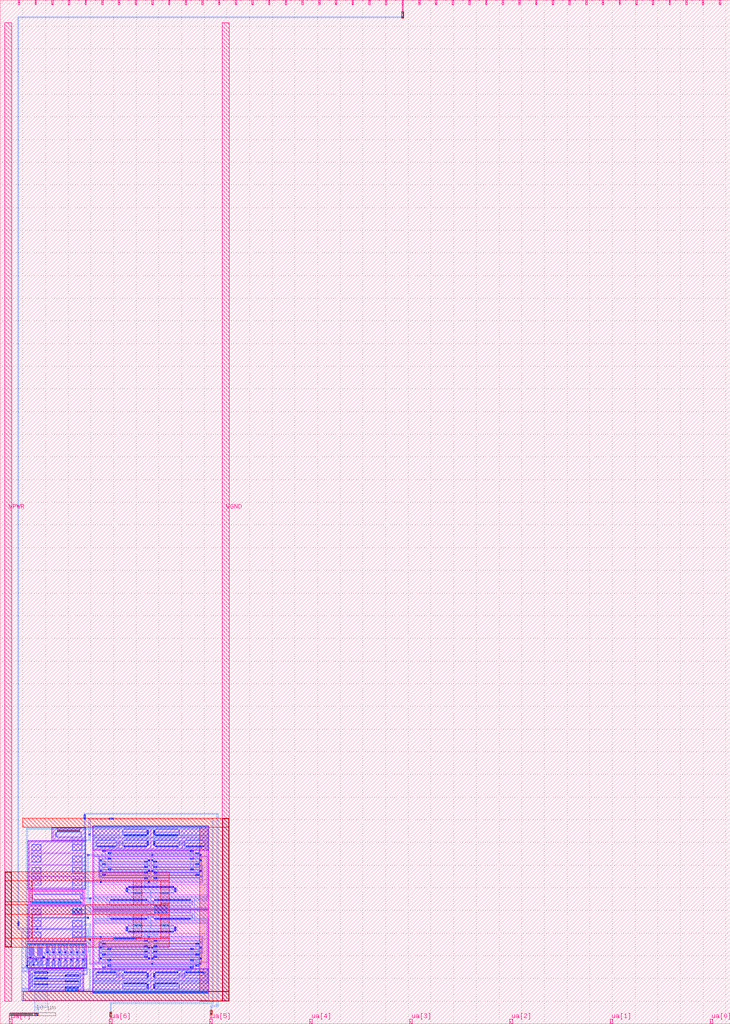
<source format=lef>
VERSION 5.7 ;
  NOWIREEXTENSIONATPIN ON ;
  DIVIDERCHAR "/" ;
  BUSBITCHARS "[]" ;
MACRO tt_um_vaf_555_timer
  CLASS BLOCK ;
  FOREIGN tt_um_vaf_555_timer ;
  ORIGIN 0.000 0.000 ;
  SIZE 161.000 BY 225.760 ;
  PIN clk
    DIRECTION INPUT ;
    USE SIGNAL ;
    PORT
      LAYER met4 ;
        RECT 154.870 224.760 155.170 225.760 ;
    END
  END clk
  PIN ena
    DIRECTION INPUT ;
    USE SIGNAL ;
    PORT
      LAYER met4 ;
        RECT 158.550 224.760 158.850 225.760 ;
    END
  END ena
  PIN rst_n
    DIRECTION INPUT ;
    USE SIGNAL ;
    PORT
      LAYER met4 ;
        RECT 151.190 224.760 151.490 225.760 ;
    END
  END rst_n
  PIN ua[0]
    DIRECTION INOUT ;
    USE SIGNAL ;
    PORT
      LAYER met4 ;
        RECT 156.560 0.000 157.160 1.000 ;
    END
  END ua[0]
  PIN ua[1]
    DIRECTION INOUT ;
    USE SIGNAL ;
    PORT
      LAYER met4 ;
        RECT 134.480 0.000 135.080 1.000 ;
    END
  END ua[1]
  PIN ua[2]
    DIRECTION INOUT ;
    USE SIGNAL ;
    PORT
      LAYER met4 ;
        RECT 112.400 0.000 113.000 1.000 ;
    END
  END ua[2]
  PIN ua[3]
    DIRECTION INOUT ;
    USE SIGNAL ;
    PORT
      LAYER met4 ;
        RECT 90.320 0.000 90.920 1.000 ;
    END
  END ua[3]
  PIN ua[4]
    DIRECTION INOUT ;
    USE SIGNAL ;
    PORT
      LAYER met4 ;
        RECT 68.240 0.000 68.840 1.000 ;
    END
  END ua[4]
  PIN ua[5]
    DIRECTION INOUT ;
    USE SIGNAL ;
    ANTENNAGATEAREA 13.993000 ;
    PORT
      LAYER met4 ;
        RECT 46.160 0.000 46.760 1.000 ;
    END
  END ua[5]
  PIN ua[6]
    DIRECTION INOUT ;
    USE SIGNAL ;
    ANTENNAGATEAREA 13.993000 ;
    PORT
      LAYER met4 ;
        RECT 24.080 0.000 24.680 1.000 ;
    END
  END ua[6]
  PIN ua[7]
    DIRECTION INOUT ;
    USE SIGNAL ;
    ANTENNADIFFAREA 8.700000 ;
    PORT
      LAYER met4 ;
        RECT 2.000 0.000 2.600 1.000 ;
    END
  END ua[7]
  PIN ui_in[0]
    DIRECTION INPUT ;
    USE SIGNAL ;
    PORT
      LAYER met4 ;
        RECT 147.510 224.760 147.810 225.760 ;
    END
  END ui_in[0]
  PIN ui_in[1]
    DIRECTION INPUT ;
    USE SIGNAL ;
    PORT
      LAYER met4 ;
        RECT 143.830 224.760 144.130 225.760 ;
    END
  END ui_in[1]
  PIN ui_in[2]
    DIRECTION INPUT ;
    USE SIGNAL ;
    PORT
      LAYER met4 ;
        RECT 140.150 224.760 140.450 225.760 ;
    END
  END ui_in[2]
  PIN ui_in[3]
    DIRECTION INPUT ;
    USE SIGNAL ;
    PORT
      LAYER met4 ;
        RECT 136.470 224.760 136.770 225.760 ;
    END
  END ui_in[3]
  PIN ui_in[4]
    DIRECTION INPUT ;
    USE SIGNAL ;
    PORT
      LAYER met4 ;
        RECT 132.790 224.760 133.090 225.760 ;
    END
  END ui_in[4]
  PIN ui_in[5]
    DIRECTION INPUT ;
    USE SIGNAL ;
    PORT
      LAYER met4 ;
        RECT 129.110 224.760 129.410 225.760 ;
    END
  END ui_in[5]
  PIN ui_in[6]
    DIRECTION INPUT ;
    USE SIGNAL ;
    PORT
      LAYER met4 ;
        RECT 125.430 224.760 125.730 225.760 ;
    END
  END ui_in[6]
  PIN ui_in[7]
    DIRECTION INPUT ;
    USE SIGNAL ;
    PORT
      LAYER met4 ;
        RECT 121.750 224.760 122.050 225.760 ;
    END
  END ui_in[7]
  PIN uio_in[0]
    DIRECTION INPUT ;
    USE SIGNAL ;
    PORT
      LAYER met4 ;
        RECT 118.070 224.760 118.370 225.760 ;
    END
  END uio_in[0]
  PIN uio_in[1]
    DIRECTION INPUT ;
    USE SIGNAL ;
    PORT
      LAYER met4 ;
        RECT 114.390 224.760 114.690 225.760 ;
    END
  END uio_in[1]
  PIN uio_in[2]
    DIRECTION INPUT ;
    USE SIGNAL ;
    PORT
      LAYER met4 ;
        RECT 110.710 224.760 111.010 225.760 ;
    END
  END uio_in[2]
  PIN uio_in[3]
    DIRECTION INPUT ;
    USE SIGNAL ;
    PORT
      LAYER met4 ;
        RECT 107.030 224.760 107.330 225.760 ;
    END
  END uio_in[3]
  PIN uio_in[4]
    DIRECTION INPUT ;
    USE SIGNAL ;
    PORT
      LAYER met4 ;
        RECT 103.350 224.760 103.650 225.760 ;
    END
  END uio_in[4]
  PIN uio_in[5]
    DIRECTION INPUT ;
    USE SIGNAL ;
    PORT
      LAYER met4 ;
        RECT 99.670 224.760 99.970 225.760 ;
    END
  END uio_in[5]
  PIN uio_in[6]
    DIRECTION INPUT ;
    USE SIGNAL ;
    PORT
      LAYER met4 ;
        RECT 95.990 224.760 96.290 225.760 ;
    END
  END uio_in[6]
  PIN uio_in[7]
    DIRECTION INPUT ;
    USE SIGNAL ;
    PORT
      LAYER met4 ;
        RECT 92.310 224.760 92.610 225.760 ;
    END
  END uio_in[7]
  PIN uio_oe[0]
    DIRECTION OUTPUT ;
    USE SIGNAL ;
    PORT
      LAYER met4 ;
        RECT 29.750 224.760 30.050 225.760 ;
    END
  END uio_oe[0]
  PIN uio_oe[1]
    DIRECTION OUTPUT ;
    USE SIGNAL ;
    PORT
      LAYER met4 ;
        RECT 26.070 224.760 26.370 225.760 ;
    END
  END uio_oe[1]
  PIN uio_oe[2]
    DIRECTION OUTPUT ;
    USE SIGNAL ;
    PORT
      LAYER met4 ;
        RECT 22.390 224.760 22.690 225.760 ;
    END
  END uio_oe[2]
  PIN uio_oe[3]
    DIRECTION OUTPUT ;
    USE SIGNAL ;
    PORT
      LAYER met4 ;
        RECT 18.710 224.760 19.010 225.760 ;
    END
  END uio_oe[3]
  PIN uio_oe[4]
    DIRECTION OUTPUT ;
    USE SIGNAL ;
    PORT
      LAYER met4 ;
        RECT 15.030 224.760 15.330 225.760 ;
    END
  END uio_oe[4]
  PIN uio_oe[5]
    DIRECTION OUTPUT ;
    USE SIGNAL ;
    PORT
      LAYER met4 ;
        RECT 11.350 224.760 11.650 225.760 ;
    END
  END uio_oe[5]
  PIN uio_oe[6]
    DIRECTION OUTPUT ;
    USE SIGNAL ;
    PORT
      LAYER met4 ;
        RECT 7.670 224.760 7.970 225.760 ;
    END
  END uio_oe[6]
  PIN uio_oe[7]
    DIRECTION OUTPUT ;
    USE SIGNAL ;
    PORT
      LAYER met4 ;
        RECT 3.990 224.760 4.290 225.760 ;
    END
  END uio_oe[7]
  PIN uio_out[0]
    DIRECTION OUTPUT ;
    USE SIGNAL ;
    PORT
      LAYER met4 ;
        RECT 59.190 224.760 59.490 225.760 ;
    END
  END uio_out[0]
  PIN uio_out[1]
    DIRECTION OUTPUT ;
    USE SIGNAL ;
    PORT
      LAYER met4 ;
        RECT 55.510 224.760 55.810 225.760 ;
    END
  END uio_out[1]
  PIN uio_out[2]
    DIRECTION OUTPUT ;
    USE SIGNAL ;
    PORT
      LAYER met4 ;
        RECT 51.830 224.760 52.130 225.760 ;
    END
  END uio_out[2]
  PIN uio_out[3]
    DIRECTION OUTPUT ;
    USE SIGNAL ;
    PORT
      LAYER met4 ;
        RECT 48.150 224.760 48.450 225.760 ;
    END
  END uio_out[3]
  PIN uio_out[4]
    DIRECTION OUTPUT ;
    USE SIGNAL ;
    PORT
      LAYER met4 ;
        RECT 44.470 224.760 44.770 225.760 ;
    END
  END uio_out[4]
  PIN uio_out[5]
    DIRECTION OUTPUT ;
    USE SIGNAL ;
    PORT
      LAYER met4 ;
        RECT 40.790 224.760 41.090 225.760 ;
    END
  END uio_out[5]
  PIN uio_out[6]
    DIRECTION OUTPUT ;
    USE SIGNAL ;
    PORT
      LAYER met4 ;
        RECT 37.110 224.760 37.410 225.760 ;
    END
  END uio_out[6]
  PIN uio_out[7]
    DIRECTION OUTPUT ;
    USE SIGNAL ;
    PORT
      LAYER met4 ;
        RECT 33.430 224.760 33.730 225.760 ;
    END
  END uio_out[7]
  PIN uo_out[0]
    DIRECTION OUTPUT ;
    USE SIGNAL ;
    ANTENNAGATEAREA 1.200000 ;
    ANTENNADIFFAREA 1.160000 ;
    PORT
      LAYER met4 ;
        RECT 88.630 224.760 88.930 225.760 ;
    END
  END uo_out[0]
  PIN uo_out[1]
    DIRECTION OUTPUT ;
    USE SIGNAL ;
    PORT
      LAYER met4 ;
        RECT 84.950 224.760 85.250 225.760 ;
    END
  END uo_out[1]
  PIN uo_out[2]
    DIRECTION OUTPUT ;
    USE SIGNAL ;
    PORT
      LAYER met4 ;
        RECT 81.270 224.760 81.570 225.760 ;
    END
  END uo_out[2]
  PIN uo_out[3]
    DIRECTION OUTPUT ;
    USE SIGNAL ;
    PORT
      LAYER met4 ;
        RECT 77.590 224.760 77.890 225.760 ;
    END
  END uo_out[3]
  PIN uo_out[4]
    DIRECTION OUTPUT ;
    USE SIGNAL ;
    PORT
      LAYER met4 ;
        RECT 73.910 224.760 74.210 225.760 ;
    END
  END uo_out[4]
  PIN uo_out[5]
    DIRECTION OUTPUT ;
    USE SIGNAL ;
    PORT
      LAYER met4 ;
        RECT 70.230 224.760 70.530 225.760 ;
    END
  END uo_out[5]
  PIN uo_out[6]
    DIRECTION OUTPUT ;
    USE SIGNAL ;
    PORT
      LAYER met4 ;
        RECT 66.550 224.760 66.850 225.760 ;
    END
  END uo_out[6]
  PIN uo_out[7]
    DIRECTION OUTPUT ;
    USE SIGNAL ;
    PORT
      LAYER met4 ;
        RECT 62.870 224.760 63.170 225.760 ;
    END
  END uo_out[7]
  PIN VPWR
    DIRECTION INOUT ;
    USE POWER ;
    PORT
      LAYER met4 ;
        RECT 1.000 5.000 2.500 220.760 ;
    END
  END VPWR
  PIN VGND
    DIRECTION INOUT ;
    USE GROUND ;
    PORT
      LAYER met4 ;
        RECT 49.000 5.000 50.500 220.760 ;
    END
  END VGND
  OBS
      LAYER pwell ;
        RECT 11.400 40.380 18.900 43.250 ;
        RECT 6.080 29.690 18.900 40.380 ;
        RECT 20.375 38.300 45.985 43.690 ;
      LAYER nwell ;
        RECT 6.310 26.470 18.500 29.430 ;
      LAYER pwell ;
        RECT 6.080 18.070 18.900 26.220 ;
      LAYER nwell ;
        RECT 20.375 25.290 45.985 38.300 ;
        RECT 20.370 25.180 45.985 25.290 ;
        RECT 5.970 14.425 19.010 17.705 ;
      LAYER pwell ;
        RECT 5.970 12.305 19.010 14.425 ;
        RECT 9.715 12.275 19.010 12.305 ;
      LAYER nwell ;
        RECT 20.370 12.170 45.980 25.180 ;
      LAYER pwell ;
        RECT 6.310 7.210 18.410 12.080 ;
        RECT 20.370 6.780 45.980 12.170 ;
      LAYER li1 ;
        RECT 20.545 43.340 45.805 43.510 ;
        RECT 11.580 42.900 18.720 43.070 ;
        RECT 11.580 40.640 11.750 42.900 ;
        RECT 12.630 42.500 17.510 42.900 ;
        RECT 12.550 42.330 17.590 42.500 ;
        RECT 12.210 41.270 12.380 42.270 ;
        RECT 17.760 41.270 17.930 42.270 ;
        RECT 12.550 41.040 17.590 41.210 ;
        RECT 18.550 40.640 18.720 42.900 ;
        RECT 11.580 40.470 18.720 40.640 ;
        RECT 20.545 41.080 26.295 43.340 ;
        RECT 27.255 42.770 32.295 42.940 ;
        RECT 26.915 41.710 27.085 42.710 ;
        RECT 32.465 41.710 32.635 42.710 ;
        RECT 27.255 41.480 32.295 41.650 ;
        RECT 33.095 41.080 33.265 43.340 ;
        RECT 34.225 42.770 39.265 42.940 ;
        RECT 33.885 41.710 34.055 42.710 ;
        RECT 39.435 41.710 39.605 42.710 ;
        RECT 34.225 41.480 39.265 41.650 ;
        RECT 40.065 41.080 45.805 43.340 ;
        RECT 20.545 40.500 45.805 41.080 ;
        RECT 12.180 40.200 17.960 40.470 ;
        RECT 6.260 40.030 18.720 40.200 ;
        RECT 6.260 37.660 6.430 40.030 ;
        RECT 6.910 38.140 9.070 39.550 ;
        RECT 15.910 38.140 18.070 39.550 ;
        RECT 18.550 37.660 18.720 40.030 ;
        RECT 20.555 38.650 20.725 40.500 ;
        RECT 21.405 40.340 25.445 40.500 ;
        RECT 21.485 40.310 25.365 40.340 ;
        RECT 21.065 39.280 21.235 40.280 ;
        RECT 25.615 39.280 25.785 40.280 ;
        RECT 21.405 39.050 25.445 39.220 ;
        RECT 26.125 38.650 26.295 40.500 ;
        RECT 27.255 40.340 32.295 40.500 ;
        RECT 26.915 39.280 27.085 40.280 ;
        RECT 32.465 39.280 32.635 40.280 ;
        RECT 27.255 39.050 32.295 39.220 ;
        RECT 33.095 38.650 33.265 40.500 ;
        RECT 34.225 40.340 39.265 40.500 ;
        RECT 33.885 39.280 34.055 40.280 ;
        RECT 39.435 39.280 39.605 40.280 ;
        RECT 34.225 39.050 39.265 39.220 ;
        RECT 40.065 38.650 40.235 40.500 ;
        RECT 40.915 40.340 44.955 40.500 ;
        RECT 40.995 40.310 44.875 40.340 ;
        RECT 40.575 39.280 40.745 40.280 ;
        RECT 45.125 39.280 45.295 40.280 ;
        RECT 40.915 39.050 44.955 39.220 ;
        RECT 45.635 38.650 45.805 40.500 ;
        RECT 20.555 38.480 45.805 38.650 ;
        RECT 6.260 37.490 18.720 37.660 ;
        RECT 6.260 35.120 6.430 37.490 ;
        RECT 6.910 35.600 9.070 37.010 ;
        RECT 15.910 35.600 18.070 37.010 ;
        RECT 18.550 35.120 18.720 37.490 ;
        RECT 6.260 34.950 18.720 35.120 ;
        RECT 6.260 32.580 6.430 34.950 ;
        RECT 6.910 33.060 9.070 34.470 ;
        RECT 15.910 33.060 18.070 34.470 ;
        RECT 18.550 32.580 18.720 34.950 ;
        RECT 6.260 32.410 18.720 32.580 ;
        RECT 6.260 30.040 6.430 32.410 ;
        RECT 6.910 30.520 9.070 31.930 ;
        RECT 15.910 30.520 18.070 31.930 ;
        RECT 18.550 30.040 18.720 32.410 ;
        RECT 6.260 29.870 18.720 30.040 ;
        RECT 20.545 36.810 45.805 36.980 ;
        RECT 20.545 31.740 21.905 36.810 ;
        RECT 22.480 36.310 32.515 36.480 ;
        RECT 22.095 35.900 22.265 36.250 ;
        RECT 32.730 35.900 32.900 36.250 ;
        RECT 22.480 35.670 32.515 35.840 ;
        RECT 22.480 35.110 32.515 35.280 ;
        RECT 22.095 34.700 22.265 35.050 ;
        RECT 32.730 34.700 32.900 35.050 ;
        RECT 22.480 34.470 32.515 34.640 ;
        RECT 22.480 33.910 32.515 34.080 ;
        RECT 22.095 33.500 22.265 33.850 ;
        RECT 32.730 33.500 32.900 33.850 ;
        RECT 22.480 33.270 32.515 33.440 ;
        RECT 22.480 32.710 32.515 32.880 ;
        RECT 22.095 32.300 22.265 32.650 ;
        RECT 32.730 32.300 32.900 32.650 ;
        RECT 22.480 32.070 32.515 32.240 ;
        RECT 33.095 31.740 33.265 36.810 ;
        RECT 33.840 36.310 43.875 36.480 ;
        RECT 33.455 35.900 33.625 36.250 ;
        RECT 44.090 35.900 44.260 36.250 ;
        RECT 33.840 35.670 43.875 35.840 ;
        RECT 43.115 35.280 43.835 35.370 ;
        RECT 33.840 35.110 43.875 35.280 ;
        RECT 33.455 34.700 33.625 35.050 ;
        RECT 43.115 35.030 43.835 35.110 ;
        RECT 44.090 34.700 44.260 35.050 ;
        RECT 33.840 34.470 43.875 34.640 ;
        RECT 33.840 33.910 43.875 34.080 ;
        RECT 33.455 33.500 33.625 33.850 ;
        RECT 44.090 33.500 44.260 33.850 ;
        RECT 33.840 33.270 43.875 33.440 ;
        RECT 43.115 32.880 43.835 32.970 ;
        RECT 33.840 32.710 43.875 32.880 ;
        RECT 33.455 32.300 33.625 32.650 ;
        RECT 43.115 32.630 43.835 32.710 ;
        RECT 44.090 32.300 44.260 32.650 ;
        RECT 33.840 32.070 43.875 32.240 ;
        RECT 44.450 31.740 45.805 36.810 ;
        RECT 20.545 30.660 45.805 31.740 ;
        RECT 6.490 29.080 18.320 29.250 ;
        RECT 6.490 26.820 6.660 29.080 ;
        RECT 7.385 28.510 17.425 28.680 ;
        RECT 7.000 27.450 7.170 28.450 ;
        RECT 17.640 27.450 17.810 28.450 ;
        RECT 7.385 27.220 17.425 27.390 ;
        RECT 18.150 26.820 18.320 29.080 ;
        RECT 6.490 26.650 18.320 26.820 ;
        RECT 20.545 28.400 27.545 30.660 ;
        RECT 28.270 30.090 38.310 30.260 ;
        RECT 27.885 29.030 28.055 30.030 ;
        RECT 38.525 29.030 38.695 30.030 ;
        RECT 28.270 28.800 38.310 28.970 ;
        RECT 28.350 28.400 38.230 28.800 ;
        RECT 39.025 28.400 45.805 30.660 ;
        RECT 20.545 27.790 45.805 28.400 ;
        RECT 6.260 25.870 18.720 26.040 ;
        RECT 6.260 23.500 6.430 25.870 ;
        RECT 6.910 23.980 9.070 25.390 ;
        RECT 15.910 23.980 18.070 25.390 ;
        RECT 18.550 23.500 18.720 25.870 ;
        RECT 20.545 25.530 23.615 27.790 ;
        RECT 24.330 27.220 32.370 27.390 ;
        RECT 23.945 26.160 24.115 27.160 ;
        RECT 32.585 26.160 32.755 27.160 ;
        RECT 24.330 25.930 32.370 26.100 ;
        RECT 33.095 25.530 33.265 27.790 ;
        RECT 39.025 27.780 45.805 27.790 ;
        RECT 33.990 27.220 42.030 27.390 ;
        RECT 33.605 26.160 33.775 27.160 ;
        RECT 42.245 26.160 42.415 27.160 ;
        RECT 33.990 25.930 42.030 26.100 ;
        RECT 42.755 25.530 45.805 27.780 ;
        RECT 20.545 25.360 45.805 25.530 ;
        RECT 6.260 23.330 18.720 23.500 ;
        RECT 6.260 20.960 6.430 23.330 ;
        RECT 6.910 21.440 9.070 22.850 ;
        RECT 15.910 21.440 18.070 22.850 ;
        RECT 18.550 20.960 18.720 23.330 ;
        RECT 6.260 20.790 18.720 20.960 ;
        RECT 6.260 18.420 6.430 20.790 ;
        RECT 6.910 18.900 9.070 20.310 ;
        RECT 15.910 18.900 18.070 20.310 ;
        RECT 18.550 18.420 18.720 20.790 ;
        RECT 6.260 18.250 18.720 18.420 ;
        RECT 20.540 24.940 45.800 25.110 ;
        RECT 20.540 22.680 23.610 24.940 ;
        RECT 24.325 24.370 32.365 24.540 ;
        RECT 23.940 23.310 24.110 24.310 ;
        RECT 32.580 23.310 32.750 24.310 ;
        RECT 24.325 23.080 32.365 23.250 ;
        RECT 33.090 22.680 33.260 24.940 ;
        RECT 33.985 24.370 42.025 24.540 ;
        RECT 33.600 23.310 33.770 24.310 ;
        RECT 42.240 23.310 42.410 24.310 ;
        RECT 33.985 23.080 42.025 23.250 ;
        RECT 42.750 22.690 45.800 24.940 ;
        RECT 39.020 22.680 45.800 22.690 ;
        RECT 20.540 22.070 45.800 22.680 ;
        RECT 20.540 19.810 27.540 22.070 ;
        RECT 28.345 21.670 38.225 22.070 ;
        RECT 28.265 21.500 38.305 21.670 ;
        RECT 27.880 20.440 28.050 21.440 ;
        RECT 38.520 20.440 38.690 21.440 ;
        RECT 28.265 20.210 38.305 20.380 ;
        RECT 39.020 19.810 45.800 22.070 ;
        RECT 20.540 18.730 45.800 19.810 ;
        RECT 6.235 17.355 7.585 17.525 ;
        RECT 8.115 17.355 9.465 17.525 ;
        RECT 9.715 17.355 19.010 17.525 ;
        RECT 6.365 14.945 6.535 16.985 ;
        RECT 6.805 14.945 6.975 16.985 ;
        RECT 7.245 14.945 7.415 16.985 ;
        RECT 8.245 14.945 8.415 16.985 ;
        RECT 8.685 14.945 8.855 16.985 ;
        RECT 9.125 14.945 9.295 16.985 ;
        RECT 10.115 16.065 10.285 17.105 ;
        RECT 10.555 16.065 10.725 17.105 ;
        RECT 11.425 16.065 11.595 17.105 ;
        RECT 11.865 16.065 12.035 17.105 ;
        RECT 12.740 16.065 12.910 17.105 ;
        RECT 13.180 16.065 13.350 17.105 ;
        RECT 14.055 16.065 14.225 17.105 ;
        RECT 14.495 16.065 14.665 17.105 ;
        RECT 15.370 16.065 15.540 17.105 ;
        RECT 15.810 16.065 15.980 17.105 ;
        RECT 16.685 16.065 16.855 17.105 ;
        RECT 17.125 16.065 17.295 17.105 ;
        RECT 18.000 16.065 18.170 17.105 ;
        RECT 18.440 16.065 18.610 17.105 ;
        RECT 10.255 15.680 10.585 15.850 ;
        RECT 11.565 15.680 11.895 15.850 ;
        RECT 12.880 15.680 13.210 15.850 ;
        RECT 14.195 15.680 14.525 15.850 ;
        RECT 15.510 15.680 15.840 15.850 ;
        RECT 16.825 15.680 17.155 15.850 ;
        RECT 18.140 15.680 18.470 15.850 ;
        RECT 6.495 14.560 6.825 14.730 ;
        RECT 8.375 14.560 8.705 14.730 ;
        RECT 6.595 14.465 6.765 14.560 ;
        RECT 8.475 14.465 8.645 14.560 ;
        RECT 6.955 14.030 7.285 14.200 ;
        RECT 8.835 14.030 9.165 14.200 ;
        RECT 7.055 13.935 7.225 14.030 ;
        RECT 8.935 13.935 9.105 14.030 ;
        RECT 10.255 14.010 10.585 14.180 ;
        RECT 11.565 14.010 11.895 14.180 ;
        RECT 12.880 14.010 13.210 14.180 ;
        RECT 14.195 14.010 14.525 14.180 ;
        RECT 15.510 14.010 15.840 14.180 ;
        RECT 16.825 14.010 17.155 14.180 ;
        RECT 18.140 14.010 18.470 14.180 ;
        RECT 6.365 12.725 6.535 13.765 ;
        RECT 6.805 12.475 6.975 13.765 ;
        RECT 7.245 13.685 7.415 13.765 ;
        RECT 7.235 12.720 7.425 13.685 ;
        RECT 8.245 12.725 8.415 13.765 ;
        RECT 8.685 12.475 8.855 13.765 ;
        RECT 9.125 13.685 9.295 13.765 ;
        RECT 9.115 12.720 9.305 13.685 ;
        RECT 10.115 12.725 10.285 13.765 ;
        RECT 10.555 13.685 10.725 13.765 ;
        RECT 10.545 12.720 10.735 13.685 ;
        RECT 11.425 12.725 11.595 13.765 ;
        RECT 11.865 13.685 12.035 13.765 ;
        RECT 11.855 12.720 12.045 13.685 ;
        RECT 12.740 12.725 12.910 13.765 ;
        RECT 13.180 13.685 13.350 13.765 ;
        RECT 13.170 12.720 13.360 13.685 ;
        RECT 14.055 12.725 14.225 13.765 ;
        RECT 14.495 13.685 14.665 13.765 ;
        RECT 14.485 12.720 14.675 13.685 ;
        RECT 15.370 12.725 15.540 13.765 ;
        RECT 15.810 13.685 15.980 13.765 ;
        RECT 15.800 12.720 15.990 13.685 ;
        RECT 16.685 12.725 16.855 13.765 ;
        RECT 17.125 13.685 17.295 13.765 ;
        RECT 17.115 12.720 17.305 13.685 ;
        RECT 18.000 12.725 18.170 13.765 ;
        RECT 18.440 13.685 18.610 13.765 ;
        RECT 18.430 12.720 18.620 13.685 ;
        RECT 20.540 13.660 21.900 18.730 ;
        RECT 22.475 18.230 32.510 18.400 ;
        RECT 22.090 17.820 22.260 18.170 ;
        RECT 32.725 17.820 32.895 18.170 ;
        RECT 22.475 17.590 32.510 17.760 ;
        RECT 22.475 17.030 32.510 17.200 ;
        RECT 22.090 16.620 22.260 16.970 ;
        RECT 32.725 16.620 32.895 16.970 ;
        RECT 22.475 16.390 32.510 16.560 ;
        RECT 22.475 15.830 32.510 16.000 ;
        RECT 22.090 15.420 22.260 15.770 ;
        RECT 32.725 15.420 32.895 15.770 ;
        RECT 22.475 15.190 32.510 15.360 ;
        RECT 22.475 14.630 32.510 14.800 ;
        RECT 22.090 14.220 22.260 14.570 ;
        RECT 32.725 14.220 32.895 14.570 ;
        RECT 22.475 13.990 32.510 14.160 ;
        RECT 33.090 13.660 33.260 18.730 ;
        RECT 33.835 18.230 43.870 18.400 ;
        RECT 33.450 17.820 33.620 18.170 ;
        RECT 43.110 17.760 43.830 17.840 ;
        RECT 44.085 17.820 44.255 18.170 ;
        RECT 33.835 17.590 43.870 17.760 ;
        RECT 43.110 17.500 43.830 17.590 ;
        RECT 33.835 17.030 43.870 17.200 ;
        RECT 33.450 16.620 33.620 16.970 ;
        RECT 44.085 16.620 44.255 16.970 ;
        RECT 33.835 16.390 43.870 16.560 ;
        RECT 33.835 15.830 43.870 16.000 ;
        RECT 33.450 15.420 33.620 15.770 ;
        RECT 43.110 15.360 43.830 15.440 ;
        RECT 44.085 15.420 44.255 15.770 ;
        RECT 33.835 15.190 43.870 15.360 ;
        RECT 43.110 15.100 43.830 15.190 ;
        RECT 33.835 14.630 43.870 14.800 ;
        RECT 33.450 14.220 33.620 14.570 ;
        RECT 44.085 14.220 44.255 14.570 ;
        RECT 33.835 13.990 43.870 14.160 ;
        RECT 44.445 13.660 45.800 18.730 ;
        RECT 20.540 13.490 45.800 13.660 ;
        RECT 6.185 12.305 18.780 12.475 ;
        RECT 6.315 11.730 18.700 12.305 ;
        RECT 20.550 11.820 45.800 11.990 ;
        RECT 6.490 11.420 6.660 11.730 ;
        RECT 6.400 7.870 6.660 11.420 ;
        RECT 7.340 11.160 17.380 11.330 ;
        RECT 7.000 10.750 7.170 11.100 ;
        RECT 17.550 10.750 17.720 11.100 ;
        RECT 7.340 10.520 17.380 10.690 ;
        RECT 7.000 10.110 7.170 10.460 ;
        RECT 17.550 10.110 17.720 10.460 ;
        RECT 7.340 9.880 17.380 10.050 ;
        RECT 7.000 9.470 7.170 9.820 ;
        RECT 17.550 9.470 17.720 9.820 ;
        RECT 7.340 9.240 17.380 9.410 ;
        RECT 7.000 8.830 7.170 9.180 ;
        RECT 17.550 8.830 17.720 9.180 ;
        RECT 7.340 8.600 17.380 8.770 ;
        RECT 7.000 8.190 7.170 8.540 ;
        RECT 17.550 8.190 17.720 8.540 ;
        RECT 7.340 7.960 17.380 8.130 ;
        RECT 6.490 7.560 6.660 7.870 ;
        RECT 18.060 7.560 18.230 11.730 ;
        RECT 20.550 9.970 20.720 11.820 ;
        RECT 21.400 11.250 25.440 11.420 ;
        RECT 21.060 10.190 21.230 11.190 ;
        RECT 25.610 10.190 25.780 11.190 ;
        RECT 21.480 10.130 25.360 10.160 ;
        RECT 21.400 9.970 25.440 10.130 ;
        RECT 26.120 9.970 26.290 11.820 ;
        RECT 27.250 11.250 32.290 11.420 ;
        RECT 26.910 10.190 27.080 11.190 ;
        RECT 32.460 10.190 32.630 11.190 ;
        RECT 27.250 9.970 32.290 10.130 ;
        RECT 33.090 9.970 33.260 11.820 ;
        RECT 34.220 11.250 39.260 11.420 ;
        RECT 33.880 10.190 34.050 11.190 ;
        RECT 39.430 10.190 39.600 11.190 ;
        RECT 34.220 9.970 39.260 10.130 ;
        RECT 40.060 9.970 40.230 11.820 ;
        RECT 40.910 11.250 44.950 11.420 ;
        RECT 40.570 10.190 40.740 11.190 ;
        RECT 45.120 10.190 45.290 11.190 ;
        RECT 40.990 10.130 44.870 10.160 ;
        RECT 40.910 9.970 44.950 10.130 ;
        RECT 45.630 9.970 45.800 11.820 ;
        RECT 6.490 7.390 18.230 7.560 ;
        RECT 20.540 9.390 45.800 9.970 ;
        RECT 20.540 7.130 26.290 9.390 ;
        RECT 27.250 8.820 32.290 8.990 ;
        RECT 26.910 7.760 27.080 8.760 ;
        RECT 32.460 7.760 32.630 8.760 ;
        RECT 27.250 7.530 32.290 7.700 ;
        RECT 33.090 7.130 33.260 9.390 ;
        RECT 34.220 8.820 39.260 8.990 ;
        RECT 33.880 7.760 34.050 8.760 ;
        RECT 39.430 7.760 39.600 8.760 ;
        RECT 34.220 7.530 39.260 7.700 ;
        RECT 40.060 7.130 45.800 9.390 ;
        RECT 20.540 6.960 45.800 7.130 ;
      LAYER mcon ;
        RECT 20.545 43.340 45.805 43.510 ;
        RECT 12.630 42.330 17.510 42.500 ;
        RECT 12.210 41.350 12.380 42.190 ;
        RECT 17.760 41.350 17.930 42.190 ;
        RECT 12.630 41.040 17.510 41.210 ;
        RECT 27.335 42.770 32.215 42.940 ;
        RECT 26.915 41.790 27.085 42.630 ;
        RECT 32.465 41.790 32.635 42.630 ;
        RECT 27.335 41.480 32.215 41.650 ;
        RECT 34.305 42.770 39.185 42.940 ;
        RECT 33.885 41.790 34.055 42.630 ;
        RECT 39.435 41.790 39.605 42.630 ;
        RECT 34.305 41.480 39.185 41.650 ;
        RECT 7.000 38.220 8.985 39.470 ;
        RECT 15.995 38.220 17.980 39.470 ;
        RECT 21.485 40.340 25.365 40.510 ;
        RECT 21.065 39.360 21.235 40.200 ;
        RECT 25.615 39.360 25.785 40.200 ;
        RECT 21.485 39.050 25.365 39.220 ;
        RECT 27.335 40.340 32.215 40.510 ;
        RECT 26.915 39.360 27.085 40.200 ;
        RECT 32.465 39.360 32.635 40.200 ;
        RECT 27.335 39.050 32.215 39.220 ;
        RECT 34.305 40.340 39.185 40.510 ;
        RECT 33.885 39.360 34.055 40.200 ;
        RECT 39.435 39.360 39.605 40.200 ;
        RECT 34.305 39.050 39.185 39.220 ;
        RECT 40.995 40.340 44.875 40.510 ;
        RECT 40.575 39.360 40.745 40.200 ;
        RECT 45.125 39.360 45.295 40.200 ;
        RECT 40.995 39.050 44.875 39.220 ;
        RECT 7.000 35.680 8.985 36.930 ;
        RECT 15.995 35.680 17.980 36.930 ;
        RECT 7.000 33.140 8.985 34.390 ;
        RECT 15.995 33.140 17.980 34.390 ;
        RECT 7.000 30.600 8.985 31.850 ;
        RECT 15.995 30.600 17.980 31.850 ;
        RECT 22.560 36.310 32.435 36.480 ;
        RECT 22.095 35.980 22.265 36.170 ;
        RECT 32.730 35.980 32.900 36.170 ;
        RECT 22.560 35.670 32.435 35.840 ;
        RECT 22.560 35.110 32.435 35.280 ;
        RECT 22.095 34.780 22.265 34.970 ;
        RECT 32.730 34.780 32.900 34.970 ;
        RECT 22.560 34.470 32.435 34.640 ;
        RECT 22.560 33.910 32.435 34.080 ;
        RECT 22.095 33.580 22.265 33.770 ;
        RECT 32.730 33.580 32.900 33.770 ;
        RECT 22.560 33.270 32.435 33.440 ;
        RECT 22.560 32.710 32.435 32.880 ;
        RECT 22.095 32.380 22.265 32.570 ;
        RECT 32.730 32.380 32.900 32.570 ;
        RECT 22.560 32.070 32.435 32.240 ;
        RECT 33.920 36.310 43.795 36.480 ;
        RECT 33.455 35.980 33.625 36.170 ;
        RECT 44.090 35.980 44.260 36.170 ;
        RECT 33.920 35.670 43.795 35.840 ;
        RECT 33.920 35.110 43.815 35.280 ;
        RECT 33.455 34.780 33.625 34.970 ;
        RECT 44.090 34.780 44.260 34.970 ;
        RECT 33.920 34.470 43.795 34.640 ;
        RECT 33.920 33.910 43.795 34.080 ;
        RECT 33.455 33.580 33.625 33.770 ;
        RECT 44.090 33.580 44.260 33.770 ;
        RECT 33.920 33.270 43.795 33.440 ;
        RECT 33.920 32.710 43.815 32.880 ;
        RECT 33.455 32.380 33.625 32.570 ;
        RECT 44.090 32.380 44.260 32.570 ;
        RECT 33.920 32.070 43.795 32.240 ;
        RECT 7.465 28.510 17.345 28.680 ;
        RECT 7.000 27.530 7.170 28.370 ;
        RECT 17.640 27.530 17.810 28.370 ;
        RECT 7.465 27.220 17.345 27.390 ;
        RECT 6.970 26.650 17.840 26.820 ;
        RECT 28.350 30.090 38.230 30.260 ;
        RECT 27.885 29.110 28.055 29.950 ;
        RECT 38.525 29.110 38.695 29.950 ;
        RECT 28.350 28.800 38.230 28.970 ;
        RECT 7.000 24.060 8.985 25.310 ;
        RECT 15.995 24.060 17.980 25.310 ;
        RECT 24.410 27.220 32.290 27.390 ;
        RECT 23.945 26.240 24.115 27.080 ;
        RECT 32.585 26.240 32.755 27.080 ;
        RECT 24.410 25.930 32.290 26.100 ;
        RECT 34.070 27.220 41.950 27.390 ;
        RECT 33.605 26.240 33.775 27.080 ;
        RECT 42.245 26.240 42.415 27.080 ;
        RECT 34.070 25.930 41.950 26.100 ;
        RECT 20.545 25.360 45.805 25.530 ;
        RECT 7.000 21.520 8.985 22.770 ;
        RECT 15.995 21.520 17.980 22.770 ;
        RECT 7.000 18.980 8.985 20.230 ;
        RECT 15.995 18.980 17.980 20.230 ;
        RECT 20.540 24.940 45.800 25.110 ;
        RECT 24.405 24.370 32.285 24.540 ;
        RECT 23.940 23.390 24.110 24.230 ;
        RECT 32.580 23.390 32.750 24.230 ;
        RECT 24.405 23.080 32.285 23.250 ;
        RECT 34.065 24.370 41.945 24.540 ;
        RECT 33.600 23.390 33.770 24.230 ;
        RECT 42.240 23.390 42.410 24.230 ;
        RECT 34.065 23.080 41.945 23.250 ;
        RECT 28.345 21.500 38.225 21.670 ;
        RECT 27.880 20.520 28.050 21.360 ;
        RECT 38.520 20.520 38.690 21.360 ;
        RECT 28.345 20.210 38.225 20.380 ;
        RECT 6.315 17.355 7.505 17.525 ;
        RECT 8.195 17.355 9.385 17.525 ;
        RECT 10.025 17.355 10.815 17.525 ;
        RECT 11.335 17.355 12.125 17.525 ;
        RECT 12.650 17.355 13.440 17.525 ;
        RECT 13.965 17.355 14.755 17.525 ;
        RECT 15.280 17.355 16.070 17.525 ;
        RECT 16.595 17.355 17.385 17.525 ;
        RECT 17.910 17.355 18.700 17.525 ;
        RECT 6.365 15.025 6.535 16.905 ;
        RECT 6.805 15.025 6.975 16.905 ;
        RECT 7.245 15.025 7.415 16.905 ;
        RECT 8.245 15.025 8.415 16.905 ;
        RECT 8.685 15.025 8.855 16.905 ;
        RECT 9.125 15.025 9.295 16.905 ;
        RECT 10.115 16.145 10.285 17.025 ;
        RECT 10.555 16.145 10.725 17.025 ;
        RECT 11.425 16.145 11.595 17.025 ;
        RECT 11.865 16.145 12.035 17.025 ;
        RECT 12.740 16.145 12.910 17.025 ;
        RECT 13.180 16.145 13.350 17.025 ;
        RECT 14.055 16.145 14.225 17.025 ;
        RECT 14.495 16.145 14.665 17.025 ;
        RECT 15.370 16.145 15.540 17.025 ;
        RECT 15.810 16.145 15.980 17.025 ;
        RECT 16.685 16.145 16.855 17.025 ;
        RECT 17.125 16.145 17.295 17.025 ;
        RECT 18.000 16.145 18.170 17.025 ;
        RECT 18.440 16.145 18.610 17.025 ;
        RECT 10.335 15.680 10.505 15.850 ;
        RECT 11.645 15.680 11.815 15.850 ;
        RECT 12.960 15.680 13.130 15.850 ;
        RECT 14.275 15.680 14.445 15.850 ;
        RECT 15.590 15.680 15.760 15.850 ;
        RECT 16.905 15.680 17.075 15.850 ;
        RECT 18.220 15.680 18.390 15.850 ;
        RECT 6.575 14.560 6.745 14.730 ;
        RECT 8.455 14.560 8.625 14.730 ;
        RECT 7.035 14.030 7.205 14.200 ;
        RECT 8.915 14.030 9.085 14.200 ;
        RECT 10.335 14.010 10.505 14.180 ;
        RECT 11.645 14.010 11.815 14.180 ;
        RECT 12.960 14.010 13.130 14.180 ;
        RECT 14.275 14.010 14.445 14.180 ;
        RECT 15.590 14.010 15.760 14.180 ;
        RECT 16.905 14.010 17.075 14.180 ;
        RECT 18.220 14.010 18.390 14.180 ;
        RECT 6.365 12.805 6.535 13.685 ;
        RECT 7.245 12.800 7.415 13.685 ;
        RECT 8.245 12.805 8.415 13.685 ;
        RECT 9.125 12.800 9.295 13.685 ;
        RECT 10.115 12.805 10.285 13.685 ;
        RECT 10.555 12.800 10.725 13.685 ;
        RECT 11.425 12.805 11.595 13.685 ;
        RECT 11.865 12.800 12.035 13.685 ;
        RECT 12.740 12.805 12.910 13.685 ;
        RECT 13.180 12.800 13.350 13.685 ;
        RECT 14.055 12.805 14.225 13.685 ;
        RECT 14.495 12.800 14.665 13.685 ;
        RECT 15.370 12.805 15.540 13.685 ;
        RECT 15.810 12.800 15.980 13.685 ;
        RECT 16.685 12.805 16.855 13.685 ;
        RECT 17.125 12.800 17.295 13.685 ;
        RECT 18.000 12.805 18.170 13.685 ;
        RECT 18.440 12.800 18.610 13.685 ;
        RECT 22.555 18.230 32.430 18.400 ;
        RECT 22.090 17.900 22.260 18.090 ;
        RECT 32.725 17.900 32.895 18.090 ;
        RECT 22.555 17.590 32.430 17.760 ;
        RECT 22.555 17.030 32.430 17.200 ;
        RECT 22.090 16.700 22.260 16.890 ;
        RECT 32.725 16.700 32.895 16.890 ;
        RECT 22.555 16.390 32.430 16.560 ;
        RECT 22.555 15.830 32.430 16.000 ;
        RECT 22.090 15.500 22.260 15.690 ;
        RECT 32.725 15.500 32.895 15.690 ;
        RECT 22.555 15.190 32.430 15.360 ;
        RECT 22.555 14.630 32.430 14.800 ;
        RECT 22.090 14.300 22.260 14.490 ;
        RECT 32.725 14.300 32.895 14.490 ;
        RECT 22.555 13.990 32.430 14.160 ;
        RECT 33.915 18.230 43.790 18.400 ;
        RECT 33.450 17.900 33.620 18.090 ;
        RECT 44.085 17.900 44.255 18.090 ;
        RECT 33.915 17.590 43.810 17.760 ;
        RECT 33.915 17.030 43.790 17.200 ;
        RECT 33.450 16.700 33.620 16.890 ;
        RECT 44.085 16.700 44.255 16.890 ;
        RECT 33.915 16.390 43.790 16.560 ;
        RECT 33.915 15.830 43.790 16.000 ;
        RECT 33.450 15.500 33.620 15.690 ;
        RECT 44.085 15.500 44.255 15.690 ;
        RECT 33.915 15.190 43.810 15.360 ;
        RECT 33.915 14.630 43.790 14.800 ;
        RECT 33.450 14.300 33.620 14.490 ;
        RECT 44.085 14.300 44.255 14.490 ;
        RECT 33.915 13.990 43.790 14.160 ;
        RECT 6.275 12.305 7.505 12.475 ;
        RECT 8.155 12.305 9.385 12.475 ;
        RECT 10.025 12.305 10.815 12.475 ;
        RECT 11.335 12.305 12.125 12.475 ;
        RECT 12.650 12.305 13.440 12.475 ;
        RECT 13.965 12.305 14.755 12.475 ;
        RECT 15.280 12.305 16.070 12.475 ;
        RECT 16.595 12.305 17.385 12.475 ;
        RECT 17.910 12.305 18.700 12.475 ;
        RECT 6.970 11.730 17.750 11.900 ;
        RECT 6.400 7.870 6.660 11.420 ;
        RECT 7.420 11.160 17.300 11.330 ;
        RECT 7.000 10.830 7.170 11.020 ;
        RECT 17.550 10.830 17.720 11.020 ;
        RECT 7.420 10.520 17.300 10.690 ;
        RECT 7.000 10.190 7.170 10.380 ;
        RECT 17.550 10.190 17.720 10.380 ;
        RECT 7.420 9.880 17.300 10.050 ;
        RECT 7.000 9.550 7.170 9.740 ;
        RECT 17.550 9.550 17.720 9.740 ;
        RECT 7.420 9.240 17.300 9.410 ;
        RECT 7.000 8.910 7.170 9.100 ;
        RECT 17.550 8.910 17.720 9.100 ;
        RECT 7.420 8.600 17.300 8.770 ;
        RECT 7.000 8.270 7.170 8.460 ;
        RECT 17.550 8.270 17.720 8.460 ;
        RECT 7.420 7.960 17.300 8.130 ;
        RECT 21.480 11.250 25.360 11.420 ;
        RECT 21.060 10.270 21.230 11.110 ;
        RECT 25.610 10.270 25.780 11.110 ;
        RECT 21.480 9.960 25.360 10.130 ;
        RECT 27.330 11.250 32.210 11.420 ;
        RECT 26.910 10.270 27.080 11.110 ;
        RECT 32.460 10.270 32.630 11.110 ;
        RECT 27.330 9.960 32.210 10.130 ;
        RECT 34.300 11.250 39.180 11.420 ;
        RECT 33.880 10.270 34.050 11.110 ;
        RECT 39.430 10.270 39.600 11.110 ;
        RECT 34.300 9.960 39.180 10.130 ;
        RECT 40.990 11.250 44.870 11.420 ;
        RECT 40.570 10.270 40.740 11.110 ;
        RECT 45.120 10.270 45.290 11.110 ;
        RECT 40.990 9.960 44.870 10.130 ;
        RECT 27.330 8.820 32.210 8.990 ;
        RECT 26.910 7.840 27.080 8.680 ;
        RECT 32.460 7.840 32.630 8.680 ;
        RECT 27.330 7.530 32.210 7.700 ;
        RECT 34.300 8.820 39.180 8.990 ;
        RECT 33.880 7.840 34.050 8.680 ;
        RECT 39.430 7.840 39.600 8.680 ;
        RECT 34.300 7.530 39.180 7.700 ;
        RECT 20.540 6.960 45.800 7.130 ;
      LAYER met1 ;
        RECT 18.470 45.110 18.830 46.070 ;
        RECT 19.570 45.110 24.980 45.370 ;
        RECT 12.580 42.530 17.560 42.610 ;
        RECT 12.570 42.300 17.570 42.530 ;
        RECT 12.180 41.290 12.410 42.250 ;
        RECT 17.730 41.350 17.960 42.250 ;
        RECT 17.730 41.260 18.070 41.350 ;
        RECT 15.910 41.240 18.070 41.260 ;
        RECT 12.570 41.010 18.070 41.240 ;
        RECT 6.910 35.600 9.070 39.550 ;
        RECT 15.910 38.140 18.070 41.010 ;
        RECT 6.910 30.520 9.070 34.470 ;
        RECT 15.910 33.060 18.070 37.010 ;
        RECT 15.910 28.710 18.070 31.930 ;
        RECT 18.520 31.390 18.780 45.110 ;
        RECT 19.570 41.870 19.830 45.110 ;
        RECT 40.065 43.690 45.985 43.700 ;
        RECT 20.375 43.310 45.985 43.690 ;
        RECT 19.520 41.610 19.880 41.870 ;
        RECT 20.375 41.080 26.295 43.310 ;
        RECT 27.335 42.970 32.215 43.310 ;
        RECT 34.305 42.970 39.185 43.310 ;
        RECT 27.275 42.740 32.275 42.970 ;
        RECT 34.245 42.740 39.245 42.970 ;
        RECT 26.885 42.330 27.115 42.690 ;
        RECT 32.435 42.630 32.665 42.690 ;
        RECT 33.855 42.630 34.085 42.690 ;
        RECT 32.365 42.330 32.725 42.630 ;
        RECT 26.885 42.070 32.725 42.330 ;
        RECT 26.885 41.730 27.115 42.070 ;
        RECT 32.365 41.790 32.725 42.070 ;
        RECT 33.795 42.330 34.155 42.630 ;
        RECT 39.405 42.330 39.635 42.690 ;
        RECT 33.795 42.070 39.635 42.330 ;
        RECT 33.795 41.790 34.155 42.070 ;
        RECT 32.435 41.730 32.665 41.790 ;
        RECT 33.855 41.730 34.085 41.790 ;
        RECT 39.405 41.730 39.635 42.070 ;
        RECT 27.285 41.680 32.265 41.690 ;
        RECT 34.255 41.680 39.235 41.690 ;
        RECT 27.275 41.450 32.275 41.680 ;
        RECT 34.245 41.450 39.245 41.680 ;
        RECT 27.285 41.430 32.265 41.450 ;
        RECT 34.255 41.430 39.235 41.450 ;
        RECT 40.065 41.080 45.985 43.310 ;
        RECT 20.375 40.910 45.985 41.080 ;
        RECT 21.735 40.540 25.105 40.910 ;
        RECT 28.025 40.540 31.395 40.910 ;
        RECT 35.135 40.540 38.505 40.910 ;
        RECT 21.425 40.310 25.425 40.540 ;
        RECT 27.275 40.310 32.275 40.540 ;
        RECT 34.245 40.310 39.245 40.540 ;
        RECT 40.935 40.310 44.935 40.540 ;
        RECT 21.035 39.910 21.265 40.260 ;
        RECT 25.585 40.200 25.815 40.260 ;
        RECT 26.885 40.200 27.115 40.260 ;
        RECT 32.435 40.200 32.665 40.260 ;
        RECT 33.855 40.200 34.085 40.260 ;
        RECT 39.405 40.200 39.635 40.260 ;
        RECT 40.545 40.200 40.775 40.260 ;
        RECT 25.585 39.910 27.115 40.200 ;
        RECT 32.365 39.910 32.725 40.200 ;
        RECT 21.035 39.650 32.725 39.910 ;
        RECT 21.035 39.260 21.265 39.650 ;
        RECT 25.585 39.360 27.115 39.650 ;
        RECT 32.365 39.360 32.725 39.650 ;
        RECT 33.795 39.910 34.155 40.200 ;
        RECT 39.405 39.910 40.775 40.200 ;
        RECT 45.095 39.910 45.325 40.260 ;
        RECT 33.795 39.650 45.325 39.910 ;
        RECT 33.795 39.360 34.155 39.650 ;
        RECT 39.405 39.360 40.775 39.650 ;
        RECT 25.585 39.260 25.815 39.360 ;
        RECT 26.885 39.300 27.115 39.360 ;
        RECT 32.435 39.300 32.665 39.360 ;
        RECT 33.855 39.300 34.085 39.360 ;
        RECT 39.405 39.300 39.635 39.360 ;
        RECT 40.545 39.300 40.775 39.360 ;
        RECT 40.575 39.280 40.775 39.300 ;
        RECT 40.575 39.260 40.935 39.280 ;
        RECT 45.095 39.260 45.325 39.650 ;
        RECT 21.035 39.020 25.815 39.260 ;
        RECT 27.285 39.250 32.265 39.260 ;
        RECT 34.255 39.250 39.235 39.260 ;
        RECT 27.275 39.020 32.275 39.250 ;
        RECT 34.245 39.020 39.245 39.250 ;
        RECT 21.035 39.000 25.415 39.020 ;
        RECT 27.285 39.000 32.265 39.020 ;
        RECT 34.255 39.000 39.235 39.020 ;
        RECT 40.575 39.000 45.325 39.260 ;
        RECT 22.515 37.880 42.635 38.140 ;
        RECT 23.715 37.480 43.835 37.740 ;
        RECT 19.150 37.345 19.530 37.390 ;
        RECT 19.150 37.340 20.410 37.345 ;
        RECT 19.150 37.085 44.345 37.340 ;
        RECT 19.150 37.040 19.530 37.085 ;
        RECT 20.375 37.080 44.345 37.085 ;
        RECT 21.695 34.970 21.885 37.080 ;
        RECT 23.725 36.510 24.445 36.560 ;
        RECT 41.915 36.510 42.635 36.530 ;
        RECT 22.500 36.280 32.495 36.510 ;
        RECT 33.860 36.280 43.855 36.510 ;
        RECT 23.725 36.250 24.445 36.280 ;
        RECT 41.915 36.270 42.635 36.280 ;
        RECT 22.025 35.920 22.345 36.230 ;
        RECT 31.785 35.870 32.505 35.920 ;
        RECT 32.645 35.900 32.985 36.250 ;
        RECT 33.375 35.900 33.715 36.250 ;
        RECT 33.865 35.870 34.585 35.920 ;
        RECT 44.015 35.890 44.345 36.250 ;
        RECT 22.500 35.640 32.505 35.870 ;
        RECT 33.860 35.640 43.855 35.870 ;
        RECT 31.785 35.600 32.505 35.640 ;
        RECT 33.865 35.590 34.585 35.640 ;
        RECT 22.525 35.310 23.245 35.360 ;
        RECT 33.855 35.310 34.915 35.330 ;
        RECT 43.115 35.310 43.835 35.370 ;
        RECT 22.500 35.080 32.495 35.310 ;
        RECT 33.855 35.080 43.855 35.310 ;
        RECT 22.525 35.040 23.245 35.080 ;
        RECT 33.855 35.070 34.915 35.080 ;
        RECT 43.115 35.030 43.835 35.080 ;
        RECT 22.045 34.970 22.325 35.030 ;
        RECT 21.695 34.780 22.325 34.970 ;
        RECT 21.695 32.570 21.885 34.780 ;
        RECT 22.045 34.720 22.325 34.780 ;
        RECT 32.685 34.720 32.955 35.030 ;
        RECT 33.405 34.720 33.685 35.030 ;
        RECT 44.045 34.970 44.315 35.030 ;
        RECT 44.045 34.780 44.675 34.970 ;
        RECT 44.045 34.720 44.315 34.780 ;
        RECT 31.785 34.670 32.505 34.720 ;
        RECT 33.865 34.670 34.915 34.700 ;
        RECT 22.500 34.440 32.505 34.670 ;
        RECT 33.860 34.440 43.855 34.670 ;
        RECT 31.785 34.400 32.505 34.440 ;
        RECT 33.865 34.390 34.585 34.440 ;
        RECT 23.725 34.110 24.445 34.160 ;
        RECT 41.915 34.110 42.635 34.130 ;
        RECT 22.500 33.880 32.495 34.110 ;
        RECT 33.860 33.880 43.855 34.110 ;
        RECT 23.725 33.850 24.445 33.880 ;
        RECT 41.915 33.870 42.635 33.880 ;
        RECT 22.025 33.520 22.345 33.830 ;
        RECT 31.785 33.470 32.505 33.520 ;
        RECT 32.645 33.500 32.985 33.850 ;
        RECT 33.375 33.500 33.715 33.850 ;
        RECT 33.865 33.470 34.585 33.520 ;
        RECT 44.015 33.490 44.345 33.850 ;
        RECT 22.500 33.240 32.505 33.470 ;
        RECT 33.860 33.240 43.855 33.470 ;
        RECT 31.785 33.200 32.505 33.240 ;
        RECT 33.865 33.190 34.585 33.240 ;
        RECT 22.525 32.910 23.245 32.960 ;
        RECT 33.855 32.910 34.955 32.930 ;
        RECT 43.115 32.910 43.835 32.970 ;
        RECT 22.500 32.680 32.495 32.910 ;
        RECT 33.855 32.680 43.855 32.910 ;
        RECT 22.525 32.640 23.245 32.680 ;
        RECT 33.855 32.670 34.955 32.680 ;
        RECT 43.115 32.630 43.835 32.680 ;
        RECT 22.045 32.570 22.325 32.630 ;
        RECT 21.695 32.380 22.325 32.570 ;
        RECT 22.045 32.320 22.325 32.380 ;
        RECT 32.685 32.320 32.955 32.630 ;
        RECT 33.405 32.320 33.685 32.630 ;
        RECT 44.045 32.570 44.315 32.630 ;
        RECT 44.485 32.570 44.675 34.780 ;
        RECT 44.045 32.380 44.675 32.570 ;
        RECT 44.045 32.320 44.315 32.380 ;
        RECT 31.785 32.270 32.505 32.320 ;
        RECT 33.865 32.270 34.955 32.300 ;
        RECT 22.500 32.040 32.505 32.270 ;
        RECT 33.860 32.040 43.855 32.270 ;
        RECT 31.785 32.000 32.505 32.040 ;
        RECT 33.865 32.030 34.565 32.040 ;
        RECT 44.485 31.390 44.675 32.380 ;
        RECT 18.520 31.130 44.675 31.390 ;
        RECT 28.290 30.060 38.290 30.290 ;
        RECT 28.300 30.030 38.280 30.060 ;
        RECT 27.855 29.950 28.085 30.010 ;
        RECT 38.495 29.950 38.725 30.010 ;
        RECT 27.785 29.110 28.145 29.950 ;
        RECT 38.425 29.110 38.785 29.950 ;
        RECT 27.855 29.050 28.085 29.110 ;
        RECT 38.495 29.050 38.725 29.110 ;
        RECT 28.290 28.770 38.290 29.000 ;
        RECT 7.405 28.520 18.070 28.710 ;
        RECT 29.295 28.690 31.275 28.770 ;
        RECT 35.295 28.690 37.275 28.770 ;
        RECT 7.405 28.480 17.405 28.520 ;
        RECT 6.970 27.470 7.200 28.430 ;
        RECT 17.610 27.790 18.070 28.520 ;
        RECT 19.680 27.790 20.060 27.840 ;
        RECT 17.610 27.530 20.060 27.790 ;
        RECT 17.610 27.470 18.070 27.530 ;
        RECT 19.680 27.490 20.060 27.530 ;
        RECT 20.375 27.790 45.985 28.150 ;
        RECT 7.405 27.190 17.405 27.420 ;
        RECT 7.465 26.930 17.345 27.190 ;
        RECT 6.920 26.850 17.890 26.930 ;
        RECT 6.910 26.620 17.900 26.850 ;
        RECT 20.375 25.560 23.615 27.790 ;
        RECT 23.915 27.170 32.785 27.430 ;
        RECT 34.015 27.420 41.995 27.430 ;
        RECT 34.010 27.190 42.010 27.420 ;
        RECT 34.015 27.170 41.995 27.190 ;
        RECT 23.915 26.780 24.145 27.170 ;
        RECT 32.555 27.080 32.785 27.170 ;
        RECT 33.575 27.080 33.805 27.140 ;
        RECT 32.555 26.780 33.805 27.080 ;
        RECT 42.215 26.780 42.445 27.140 ;
        RECT 23.915 26.520 42.445 26.780 ;
        RECT 23.915 26.180 24.145 26.520 ;
        RECT 32.555 26.240 33.805 26.520 ;
        RECT 32.555 26.180 32.785 26.240 ;
        RECT 33.575 26.180 33.805 26.240 ;
        RECT 42.215 26.180 42.445 26.520 ;
        RECT 24.350 25.900 32.350 26.130 ;
        RECT 34.010 25.900 42.010 26.130 ;
        RECT 24.410 25.560 32.290 25.900 ;
        RECT 34.015 25.560 41.950 25.900 ;
        RECT 42.745 25.560 45.985 27.790 ;
        RECT 6.940 25.260 9.045 25.340 ;
        RECT 15.935 25.330 18.040 25.340 ;
        RECT 6.910 23.500 9.070 25.260 ;
        RECT 15.910 24.390 18.060 25.330 ;
        RECT 20.375 25.290 45.985 25.560 ;
        RECT 20.370 25.180 45.985 25.290 ;
        RECT 20.370 24.910 45.980 25.180 ;
        RECT 15.935 24.030 18.040 24.390 ;
        RECT 19.150 23.500 19.530 23.540 ;
        RECT 6.910 23.240 19.530 23.500 ;
        RECT 3.810 21.640 4.170 22.500 ;
        RECT 3.860 21.030 4.120 21.640 ;
        RECT 6.910 21.450 9.070 23.240 ;
        RECT 19.150 23.190 19.530 23.240 ;
        RECT 15.935 22.710 18.040 22.800 ;
        RECT 3.860 20.770 8.320 21.030 ;
        RECT 4.720 18.900 9.070 20.310 ;
        RECT 15.910 19.345 18.070 22.710 ;
        RECT 20.370 22.680 23.610 24.910 ;
        RECT 24.405 24.570 32.285 24.910 ;
        RECT 34.015 24.570 41.945 24.910 ;
        RECT 24.345 24.340 32.345 24.570 ;
        RECT 34.005 24.340 42.005 24.570 ;
        RECT 23.910 23.950 24.140 24.290 ;
        RECT 32.550 24.230 32.780 24.290 ;
        RECT 33.570 24.230 33.800 24.290 ;
        RECT 32.550 23.950 33.800 24.230 ;
        RECT 42.210 23.950 42.440 24.290 ;
        RECT 23.910 23.690 42.440 23.950 ;
        RECT 23.910 23.300 24.140 23.690 ;
        RECT 32.550 23.390 33.800 23.690 ;
        RECT 32.550 23.300 32.780 23.390 ;
        RECT 33.570 23.330 33.800 23.390 ;
        RECT 42.210 23.330 42.440 23.690 ;
        RECT 23.910 23.040 32.780 23.300 ;
        RECT 34.010 23.280 41.990 23.300 ;
        RECT 34.005 23.050 42.005 23.280 ;
        RECT 34.010 23.040 41.990 23.050 ;
        RECT 42.740 22.680 45.980 24.910 ;
        RECT 20.370 22.320 45.980 22.680 ;
        RECT 29.295 21.700 31.275 21.780 ;
        RECT 35.295 21.700 37.275 21.780 ;
        RECT 28.285 21.470 38.285 21.700 ;
        RECT 27.850 21.360 28.080 21.420 ;
        RECT 38.490 21.360 38.720 21.420 ;
        RECT 27.780 20.520 28.140 21.360 ;
        RECT 38.420 20.520 38.780 21.360 ;
        RECT 27.850 20.460 28.080 20.520 ;
        RECT 38.490 20.460 38.720 20.520 ;
        RECT 28.295 20.410 38.275 20.440 ;
        RECT 28.285 20.180 38.285 20.410 ;
        RECT 15.910 19.340 20.470 19.345 ;
        RECT 15.910 19.080 44.670 19.340 ;
        RECT 15.910 19.075 20.470 19.080 ;
        RECT 15.910 18.900 18.070 19.075 ;
        RECT 4.720 12.475 5.610 18.900 ;
        RECT 25.080 18.640 29.945 18.900 ;
        RECT 19.600 18.370 19.960 18.630 ;
        RECT 31.780 18.430 32.500 18.470 ;
        RECT 33.860 18.430 34.560 18.440 ;
        RECT 6.150 17.525 18.875 17.615 ;
        RECT 6.150 17.355 19.010 17.525 ;
        RECT 6.255 17.325 7.565 17.355 ;
        RECT 8.135 17.325 9.445 17.355 ;
        RECT 9.965 17.325 10.875 17.355 ;
        RECT 11.275 17.325 12.185 17.355 ;
        RECT 12.590 17.325 13.500 17.355 ;
        RECT 13.905 17.325 14.815 17.355 ;
        RECT 15.220 17.325 16.130 17.355 ;
        RECT 16.535 17.325 17.445 17.355 ;
        RECT 17.850 17.325 18.760 17.355 ;
        RECT 6.365 16.965 6.535 17.325 ;
        RECT 8.245 16.965 8.415 17.325 ;
        RECT 10.115 17.085 10.285 17.325 ;
        RECT 6.335 14.965 6.565 16.965 ;
        RECT 6.775 14.965 7.005 16.965 ;
        RECT 7.215 15.095 7.445 16.965 ;
        RECT 7.215 14.945 7.580 15.095 ;
        RECT 8.215 14.965 8.445 16.965 ;
        RECT 8.655 14.965 8.885 16.965 ;
        RECT 9.095 15.095 9.325 16.965 ;
        RECT 10.085 16.085 10.315 17.085 ;
        RECT 10.525 16.075 10.915 17.105 ;
        RECT 11.425 17.085 11.595 17.325 ;
        RECT 11.395 16.085 11.625 17.085 ;
        RECT 11.835 16.075 12.225 17.105 ;
        RECT 12.740 17.085 12.910 17.325 ;
        RECT 12.710 16.085 12.940 17.085 ;
        RECT 13.150 16.075 13.540 17.105 ;
        RECT 14.055 17.085 14.225 17.325 ;
        RECT 14.025 16.085 14.255 17.085 ;
        RECT 14.465 16.075 14.855 17.105 ;
        RECT 15.370 17.085 15.540 17.325 ;
        RECT 15.340 16.085 15.570 17.085 ;
        RECT 15.780 16.075 16.170 17.105 ;
        RECT 16.685 17.085 16.855 17.325 ;
        RECT 16.655 16.085 16.885 17.085 ;
        RECT 17.095 16.075 17.485 17.105 ;
        RECT 18.000 17.085 18.170 17.325 ;
        RECT 17.970 16.085 18.200 17.085 ;
        RECT 18.410 16.075 18.800 17.105 ;
        RECT 10.250 15.895 10.590 15.935 ;
        RECT 10.245 15.635 10.605 15.895 ;
        RECT 10.250 15.595 10.590 15.635 ;
        RECT 10.745 15.285 10.915 16.075 ;
        RECT 11.560 15.895 11.900 15.935 ;
        RECT 11.555 15.635 11.915 15.895 ;
        RECT 11.560 15.595 11.900 15.635 ;
        RECT 11.645 15.330 11.815 15.595 ;
        RECT 11.645 15.285 11.810 15.330 ;
        RECT 10.745 15.115 11.810 15.285 ;
        RECT 12.055 15.285 12.225 16.075 ;
        RECT 12.875 15.895 13.215 15.935 ;
        RECT 12.870 15.635 13.230 15.895 ;
        RECT 12.875 15.595 13.215 15.635 ;
        RECT 13.370 15.285 13.540 16.075 ;
        RECT 14.190 15.895 14.530 15.935 ;
        RECT 14.185 15.635 14.545 15.895 ;
        RECT 14.190 15.595 14.530 15.635 ;
        RECT 14.270 15.285 14.440 15.595 ;
        RECT 12.055 15.115 14.440 15.285 ;
        RECT 14.685 15.285 14.855 16.075 ;
        RECT 15.505 15.895 15.845 15.935 ;
        RECT 15.500 15.635 15.860 15.895 ;
        RECT 15.505 15.595 15.845 15.635 ;
        RECT 16.000 15.285 16.170 16.075 ;
        RECT 16.820 15.895 17.160 15.935 ;
        RECT 16.815 15.635 17.175 15.895 ;
        RECT 16.820 15.595 17.160 15.635 ;
        RECT 17.315 15.285 17.485 16.075 ;
        RECT 18.135 15.895 18.475 15.935 ;
        RECT 18.130 15.635 18.490 15.895 ;
        RECT 18.135 15.595 18.475 15.635 ;
        RECT 18.630 15.285 18.800 16.075 ;
        RECT 14.685 15.115 19.230 15.285 ;
        RECT 9.095 14.945 9.460 15.095 ;
        RECT 6.490 14.775 6.830 14.815 ;
        RECT 6.480 14.730 6.840 14.775 ;
        RECT 5.970 14.560 6.840 14.730 ;
        RECT 6.480 14.515 6.840 14.560 ;
        RECT 7.430 14.730 7.580 14.945 ;
        RECT 8.370 14.730 8.710 14.815 ;
        RECT 7.430 14.560 8.710 14.730 ;
        RECT 6.490 14.475 6.830 14.515 ;
        RECT 6.950 14.200 7.290 14.285 ;
        RECT 5.855 14.030 7.290 14.200 ;
        RECT 5.855 12.890 6.025 14.030 ;
        RECT 6.950 13.945 7.290 14.030 ;
        RECT 7.430 13.765 7.580 14.560 ;
        RECT 8.370 14.475 8.710 14.560 ;
        RECT 9.310 14.775 9.460 14.945 ;
        RECT 9.310 14.515 9.730 14.775 ;
        RECT 7.760 14.200 8.120 14.245 ;
        RECT 8.830 14.200 9.170 14.285 ;
        RECT 7.760 14.030 9.170 14.200 ;
        RECT 7.760 13.985 8.120 14.030 ;
        RECT 8.830 13.945 9.170 14.030 ;
        RECT 9.310 13.765 9.460 14.515 ;
        RECT 10.250 14.225 10.585 14.265 ;
        RECT 10.235 13.965 10.595 14.225 ;
        RECT 10.250 13.925 10.585 13.965 ;
        RECT 6.365 13.745 7.580 13.765 ;
        RECT 8.245 13.745 9.460 13.765 ;
        RECT 10.745 13.745 10.915 15.115 ;
        RECT 11.560 14.225 11.895 14.265 ;
        RECT 11.545 13.965 11.905 14.225 ;
        RECT 11.560 13.925 11.895 13.965 ;
        RECT 12.055 13.745 12.225 15.115 ;
        RECT 12.875 14.225 13.210 14.265 ;
        RECT 12.860 13.965 13.220 14.225 ;
        RECT 12.875 13.925 13.210 13.965 ;
        RECT 13.370 13.745 13.540 15.115 ;
        RECT 14.190 14.225 14.525 14.265 ;
        RECT 14.175 13.965 14.535 14.225 ;
        RECT 14.190 13.925 14.525 13.965 ;
        RECT 14.685 13.745 14.855 15.115 ;
        RECT 15.505 14.225 15.840 14.265 ;
        RECT 15.490 13.965 15.850 14.225 ;
        RECT 15.505 13.925 15.840 13.965 ;
        RECT 16.000 13.745 16.170 15.115 ;
        RECT 16.820 14.225 17.155 14.265 ;
        RECT 16.805 13.965 17.165 14.225 ;
        RECT 16.820 13.925 17.155 13.965 ;
        RECT 17.315 13.745 17.485 15.115 ;
        RECT 18.135 14.225 18.470 14.265 ;
        RECT 18.120 13.965 18.480 14.225 ;
        RECT 18.135 13.925 18.470 13.965 ;
        RECT 18.630 13.745 18.800 15.115 ;
        RECT 6.335 13.615 7.580 13.745 ;
        RECT 8.215 13.615 9.460 13.745 ;
        RECT 5.760 12.630 6.120 12.890 ;
        RECT 6.335 12.745 6.565 13.615 ;
        RECT 7.215 13.155 7.445 13.615 ;
        RECT 7.150 12.895 7.510 13.155 ;
        RECT 7.215 12.740 7.445 12.895 ;
        RECT 8.215 12.745 8.445 13.615 ;
        RECT 9.095 12.740 9.325 13.615 ;
        RECT 10.085 12.745 10.315 13.745 ;
        RECT 10.115 12.505 10.285 12.745 ;
        RECT 10.525 12.740 10.915 13.745 ;
        RECT 11.395 12.745 11.625 13.745 ;
        RECT 10.555 12.725 10.915 12.740 ;
        RECT 11.425 12.505 11.595 12.745 ;
        RECT 11.835 12.740 12.225 13.745 ;
        RECT 12.710 12.745 12.940 13.745 ;
        RECT 11.865 12.725 12.225 12.740 ;
        RECT 12.740 12.505 12.910 12.745 ;
        RECT 13.150 12.740 13.540 13.745 ;
        RECT 14.025 12.745 14.255 13.745 ;
        RECT 13.180 12.725 13.540 12.740 ;
        RECT 14.055 12.505 14.225 12.745 ;
        RECT 14.465 12.740 14.855 13.745 ;
        RECT 15.340 12.745 15.570 13.745 ;
        RECT 14.495 12.725 14.855 12.740 ;
        RECT 15.370 12.505 15.540 12.745 ;
        RECT 15.780 12.740 16.170 13.745 ;
        RECT 16.655 12.745 16.885 13.745 ;
        RECT 15.810 12.725 16.170 12.740 ;
        RECT 16.685 12.505 16.855 12.745 ;
        RECT 17.095 12.740 17.485 13.745 ;
        RECT 17.970 12.745 18.200 13.745 ;
        RECT 17.125 12.725 17.485 12.740 ;
        RECT 18.000 12.505 18.170 12.745 ;
        RECT 18.410 12.740 18.800 13.745 ;
        RECT 18.440 12.725 18.800 12.740 ;
        RECT 6.215 12.475 7.565 12.505 ;
        RECT 8.095 12.475 9.445 12.505 ;
        RECT 9.965 12.475 10.875 12.505 ;
        RECT 11.275 12.475 12.185 12.505 ;
        RECT 12.590 12.475 13.500 12.505 ;
        RECT 13.905 12.475 14.815 12.505 ;
        RECT 15.220 12.475 16.130 12.505 ;
        RECT 16.535 12.475 17.445 12.505 ;
        RECT 17.850 12.475 18.760 12.505 ;
        RECT 4.720 12.275 18.760 12.475 ;
        RECT 4.720 11.730 18.700 12.275 ;
        RECT 4.720 11.480 6.660 11.730 ;
        RECT 6.910 11.700 17.810 11.730 ;
        RECT 4.720 7.810 6.690 11.480 ;
        RECT 7.570 11.360 10.500 11.420 ;
        RECT 7.360 11.130 17.360 11.360 ;
        RECT 6.970 8.190 7.200 11.100 ;
        RECT 17.520 11.020 17.750 11.100 ;
        RECT 19.060 11.020 19.230 15.115 ;
        RECT 19.650 13.390 19.910 18.370 ;
        RECT 22.495 18.200 32.500 18.430 ;
        RECT 33.855 18.200 43.850 18.430 ;
        RECT 31.780 18.150 32.500 18.200 ;
        RECT 33.860 18.170 34.950 18.200 ;
        RECT 22.040 18.090 22.320 18.150 ;
        RECT 21.690 17.900 22.320 18.090 ;
        RECT 21.690 15.690 21.880 17.900 ;
        RECT 22.040 17.840 22.320 17.900 ;
        RECT 32.680 17.840 32.950 18.150 ;
        RECT 33.400 17.840 33.680 18.150 ;
        RECT 44.040 18.090 44.310 18.150 ;
        RECT 44.480 18.090 44.670 19.080 ;
        RECT 44.040 17.900 44.670 18.090 ;
        RECT 44.040 17.840 44.310 17.900 ;
        RECT 22.520 17.790 23.240 17.830 ;
        RECT 33.850 17.790 34.950 17.800 ;
        RECT 43.110 17.790 43.830 17.840 ;
        RECT 22.495 17.560 32.490 17.790 ;
        RECT 33.850 17.560 43.850 17.790 ;
        RECT 22.520 17.510 23.240 17.560 ;
        RECT 33.850 17.540 34.950 17.560 ;
        RECT 43.110 17.500 43.830 17.560 ;
        RECT 31.780 17.230 32.500 17.270 ;
        RECT 33.860 17.230 34.580 17.280 ;
        RECT 22.495 17.000 32.500 17.230 ;
        RECT 33.855 17.000 43.850 17.230 ;
        RECT 31.780 16.950 32.500 17.000 ;
        RECT 22.020 16.640 22.340 16.950 ;
        RECT 32.640 16.620 32.980 16.970 ;
        RECT 33.370 16.620 33.710 16.970 ;
        RECT 33.860 16.950 34.580 17.000 ;
        RECT 44.010 16.620 44.340 16.980 ;
        RECT 23.720 16.590 24.440 16.620 ;
        RECT 41.910 16.590 42.630 16.600 ;
        RECT 22.495 16.360 32.490 16.590 ;
        RECT 33.855 16.360 43.850 16.590 ;
        RECT 23.720 16.310 24.440 16.360 ;
        RECT 41.910 16.340 42.630 16.360 ;
        RECT 31.780 16.030 32.500 16.070 ;
        RECT 33.860 16.030 34.580 16.080 ;
        RECT 22.495 15.800 32.500 16.030 ;
        RECT 33.855 15.800 43.850 16.030 ;
        RECT 31.780 15.750 32.500 15.800 ;
        RECT 33.860 15.770 34.910 15.800 ;
        RECT 22.040 15.690 22.320 15.750 ;
        RECT 21.690 15.500 22.320 15.690 ;
        RECT 21.690 13.390 21.880 15.500 ;
        RECT 22.040 15.440 22.320 15.500 ;
        RECT 32.680 15.440 32.950 15.750 ;
        RECT 33.400 15.440 33.680 15.750 ;
        RECT 44.040 15.690 44.310 15.750 ;
        RECT 44.480 15.690 44.670 17.900 ;
        RECT 44.040 15.500 44.670 15.690 ;
        RECT 44.040 15.440 44.310 15.500 ;
        RECT 22.520 15.390 23.240 15.430 ;
        RECT 33.850 15.390 34.910 15.400 ;
        RECT 43.110 15.390 43.830 15.440 ;
        RECT 22.495 15.160 32.490 15.390 ;
        RECT 33.850 15.160 43.850 15.390 ;
        RECT 22.520 15.110 23.240 15.160 ;
        RECT 33.850 15.140 34.910 15.160 ;
        RECT 43.110 15.100 43.830 15.160 ;
        RECT 31.780 14.830 32.500 14.870 ;
        RECT 33.860 14.830 34.580 14.880 ;
        RECT 22.495 14.600 32.500 14.830 ;
        RECT 33.855 14.600 43.850 14.830 ;
        RECT 31.780 14.550 32.500 14.600 ;
        RECT 22.020 14.240 22.340 14.550 ;
        RECT 32.640 14.220 32.980 14.570 ;
        RECT 33.370 14.220 33.710 14.570 ;
        RECT 33.860 14.550 34.580 14.600 ;
        RECT 44.010 14.220 44.340 14.580 ;
        RECT 23.720 14.190 24.440 14.220 ;
        RECT 41.910 14.190 42.630 14.200 ;
        RECT 22.495 13.960 32.490 14.190 ;
        RECT 33.855 13.960 43.850 14.190 ;
        RECT 23.720 13.910 24.440 13.960 ;
        RECT 41.910 13.940 42.630 13.960 ;
        RECT 19.650 13.130 44.340 13.390 ;
        RECT 23.710 12.730 43.830 12.990 ;
        RECT 22.510 12.330 42.630 12.590 ;
        RECT 17.520 10.830 19.230 11.020 ;
        RECT 21.030 11.450 25.410 11.470 ;
        RECT 27.280 11.450 32.260 11.470 ;
        RECT 34.250 11.450 39.230 11.470 ;
        RECT 21.030 11.210 25.810 11.450 ;
        RECT 27.270 11.220 32.270 11.450 ;
        RECT 34.240 11.220 39.240 11.450 ;
        RECT 27.280 11.210 32.260 11.220 ;
        RECT 34.250 11.210 39.230 11.220 ;
        RECT 40.570 11.210 45.320 11.470 ;
        RECT 14.290 10.720 17.220 10.780 ;
        RECT 7.360 10.490 17.360 10.720 ;
        RECT 7.570 10.080 10.500 10.140 ;
        RECT 7.360 9.850 17.360 10.080 ;
        RECT 14.290 9.440 17.220 9.500 ;
        RECT 7.360 9.210 17.360 9.440 ;
        RECT 7.570 8.800 10.500 8.860 ;
        RECT 7.360 8.570 17.360 8.800 ;
        RECT 17.520 8.190 17.750 10.830 ;
        RECT 21.030 10.820 21.260 11.210 ;
        RECT 25.580 11.110 25.810 11.210 ;
        RECT 40.570 11.190 40.930 11.210 ;
        RECT 40.570 11.170 40.770 11.190 ;
        RECT 26.880 11.110 27.110 11.170 ;
        RECT 32.430 11.110 32.660 11.170 ;
        RECT 33.850 11.110 34.080 11.170 ;
        RECT 39.400 11.110 39.630 11.170 ;
        RECT 40.540 11.110 40.770 11.170 ;
        RECT 25.580 10.820 27.110 11.110 ;
        RECT 32.360 10.820 32.720 11.110 ;
        RECT 21.030 10.560 32.720 10.820 ;
        RECT 21.030 10.210 21.260 10.560 ;
        RECT 25.580 10.270 27.110 10.560 ;
        RECT 32.360 10.270 32.720 10.560 ;
        RECT 33.790 10.820 34.150 11.110 ;
        RECT 39.400 10.820 40.770 11.110 ;
        RECT 45.090 10.820 45.320 11.210 ;
        RECT 33.790 10.560 45.320 10.820 ;
        RECT 33.790 10.270 34.150 10.560 ;
        RECT 39.400 10.270 40.770 10.560 ;
        RECT 25.580 10.210 25.810 10.270 ;
        RECT 26.880 10.210 27.110 10.270 ;
        RECT 32.430 10.210 32.660 10.270 ;
        RECT 33.850 10.210 34.080 10.270 ;
        RECT 39.400 10.210 39.630 10.270 ;
        RECT 40.540 10.210 40.770 10.270 ;
        RECT 45.090 10.210 45.320 10.560 ;
        RECT 21.420 9.930 25.420 10.160 ;
        RECT 27.270 9.930 32.270 10.160 ;
        RECT 34.240 9.930 39.240 10.160 ;
        RECT 40.930 9.930 44.930 10.160 ;
        RECT 21.730 9.560 25.100 9.930 ;
        RECT 28.020 9.560 31.390 9.930 ;
        RECT 35.130 9.560 38.500 9.930 ;
        RECT 20.370 9.390 45.980 9.560 ;
        RECT 7.360 7.930 17.360 8.160 ;
        RECT 14.290 7.870 17.220 7.930 ;
        RECT 4.720 7.640 6.660 7.810 ;
        RECT 20.370 7.640 26.290 9.390 ;
        RECT 27.280 9.020 32.260 9.040 ;
        RECT 34.250 9.020 39.230 9.040 ;
        RECT 27.270 8.790 32.270 9.020 ;
        RECT 34.240 8.790 39.240 9.020 ;
        RECT 27.280 8.780 32.260 8.790 ;
        RECT 34.250 8.780 39.230 8.790 ;
        RECT 26.880 8.400 27.110 8.740 ;
        RECT 32.430 8.680 32.660 8.740 ;
        RECT 33.850 8.680 34.080 8.740 ;
        RECT 32.360 8.400 32.720 8.680 ;
        RECT 26.880 8.140 32.720 8.400 ;
        RECT 26.880 7.780 27.110 8.140 ;
        RECT 32.360 7.840 32.720 8.140 ;
        RECT 33.790 8.400 34.150 8.680 ;
        RECT 39.400 8.400 39.630 8.740 ;
        RECT 33.790 8.140 39.630 8.400 ;
        RECT 33.790 7.840 34.150 8.140 ;
        RECT 32.430 7.780 32.660 7.840 ;
        RECT 33.850 7.780 34.080 7.840 ;
        RECT 39.400 7.780 39.630 8.140 ;
        RECT 27.270 7.640 32.270 7.730 ;
        RECT 34.240 7.640 39.240 7.730 ;
        RECT 40.060 7.640 45.980 9.390 ;
        RECT 4.720 7.330 45.980 7.640 ;
        RECT 4.720 7.130 45.990 7.330 ;
        RECT 4.720 5.130 46.035 7.130 ;
        RECT 4.720 5.105 6.420 5.130 ;
        RECT 7.600 1.760 8.360 2.310 ;
      LAYER via ;
        RECT 18.520 45.110 18.780 46.070 ;
        RECT 24.070 45.110 24.930 45.370 ;
        RECT 12.630 42.330 17.510 42.610 ;
        RECT 20.545 43.340 45.805 43.620 ;
        RECT 19.570 41.610 19.830 41.870 ;
        RECT 32.415 41.790 32.675 42.630 ;
        RECT 33.845 41.790 34.105 42.630 ;
        RECT 27.335 41.430 32.215 41.690 ;
        RECT 34.305 41.430 39.185 41.690 ;
        RECT 32.415 39.360 32.675 40.200 ;
        RECT 33.845 39.360 34.105 40.200 ;
        RECT 21.485 39.000 25.365 39.260 ;
        RECT 27.335 39.000 32.215 39.260 ;
        RECT 34.305 39.000 39.185 39.260 ;
        RECT 40.985 39.000 44.865 39.260 ;
        RECT 22.565 37.880 23.195 38.140 ;
        RECT 41.955 37.880 42.585 38.140 ;
        RECT 23.765 37.480 24.395 37.740 ;
        RECT 43.165 37.480 43.795 37.740 ;
        RECT 19.180 37.070 19.500 37.360 ;
        RECT 33.415 37.080 33.675 37.340 ;
        RECT 44.055 37.080 44.315 37.340 ;
        RECT 23.765 36.270 24.395 36.530 ;
        RECT 41.965 36.270 42.595 36.530 ;
        RECT 22.055 35.940 22.315 36.200 ;
        RECT 32.685 35.950 32.945 36.210 ;
        RECT 33.425 35.950 33.685 36.210 ;
        RECT 44.045 35.940 44.305 36.200 ;
        RECT 31.825 35.630 32.455 35.890 ;
        RECT 33.905 35.630 34.535 35.890 ;
        RECT 22.565 35.070 23.195 35.330 ;
        RECT 43.165 35.070 43.795 35.330 ;
        RECT 31.825 34.430 32.455 34.690 ;
        RECT 33.905 34.430 34.535 34.690 ;
        RECT 23.765 33.870 24.395 34.130 ;
        RECT 41.965 33.870 42.595 34.130 ;
        RECT 22.055 33.540 22.315 33.800 ;
        RECT 32.685 33.550 32.945 33.810 ;
        RECT 33.425 33.550 33.685 33.810 ;
        RECT 44.045 33.540 44.305 33.800 ;
        RECT 31.825 33.230 32.455 33.490 ;
        RECT 33.905 33.230 34.535 33.490 ;
        RECT 22.565 32.670 23.195 32.930 ;
        RECT 43.165 32.670 43.795 32.930 ;
        RECT 31.825 32.030 32.455 32.290 ;
        RECT 33.905 32.030 34.535 32.290 ;
        RECT 22.055 31.130 22.315 31.390 ;
        RECT 32.685 31.130 32.945 31.390 ;
        RECT 28.350 30.030 38.230 30.290 ;
        RECT 27.835 29.110 28.095 29.950 ;
        RECT 38.475 29.110 38.735 29.950 ;
        RECT 29.345 28.690 31.225 28.970 ;
        RECT 35.345 28.690 37.225 28.970 ;
        RECT 19.710 27.520 20.030 27.810 ;
        RECT 6.970 26.650 17.840 26.930 ;
        RECT 24.405 27.170 32.285 27.430 ;
        RECT 34.065 27.170 41.945 27.430 ;
        RECT 15.960 24.390 18.010 25.330 ;
        RECT 3.860 21.640 4.120 22.500 ;
        RECT 19.180 23.220 19.500 23.510 ;
        RECT 8.010 20.770 8.270 21.030 ;
        RECT 34.065 24.375 36.870 26.100 ;
        RECT 24.400 23.040 32.280 23.300 ;
        RECT 34.060 23.040 41.940 23.300 ;
        RECT 29.345 21.500 31.225 21.780 ;
        RECT 35.345 21.500 37.225 21.780 ;
        RECT 27.830 20.520 28.090 21.360 ;
        RECT 38.470 20.520 38.730 21.360 ;
        RECT 28.345 20.180 38.225 20.440 ;
        RECT 22.050 19.080 22.310 19.340 ;
        RECT 32.680 19.080 32.940 19.340 ;
        RECT 25.130 18.640 29.895 18.900 ;
        RECT 19.650 18.370 19.910 18.630 ;
        RECT 6.200 17.355 18.825 17.615 ;
        RECT 10.295 15.635 10.555 15.895 ;
        RECT 11.605 15.635 11.865 15.895 ;
        RECT 12.920 15.635 13.180 15.895 ;
        RECT 14.235 15.635 14.495 15.895 ;
        RECT 15.550 15.635 15.810 15.895 ;
        RECT 16.865 15.635 17.125 15.895 ;
        RECT 18.180 15.635 18.440 15.895 ;
        RECT 6.530 14.515 6.790 14.775 ;
        RECT 9.420 14.515 9.680 14.775 ;
        RECT 7.810 13.985 8.070 14.245 ;
        RECT 10.285 13.965 10.545 14.225 ;
        RECT 11.595 13.965 11.855 14.225 ;
        RECT 12.910 13.965 13.170 14.225 ;
        RECT 14.225 13.965 14.485 14.225 ;
        RECT 15.540 13.965 15.800 14.225 ;
        RECT 16.855 13.965 17.115 14.225 ;
        RECT 18.170 13.965 18.430 14.225 ;
        RECT 5.810 12.630 6.070 12.890 ;
        RECT 7.200 12.895 7.460 13.155 ;
        RECT 7.620 11.160 10.450 11.420 ;
        RECT 31.820 18.180 32.450 18.440 ;
        RECT 33.900 18.180 34.530 18.440 ;
        RECT 22.560 17.540 23.190 17.800 ;
        RECT 43.160 17.540 43.790 17.800 ;
        RECT 31.820 16.980 32.450 17.240 ;
        RECT 33.900 16.980 34.530 17.240 ;
        RECT 22.050 16.670 22.310 16.930 ;
        RECT 32.680 16.660 32.940 16.920 ;
        RECT 33.420 16.660 33.680 16.920 ;
        RECT 44.040 16.670 44.300 16.930 ;
        RECT 23.760 16.340 24.390 16.600 ;
        RECT 41.960 16.340 42.590 16.600 ;
        RECT 31.820 15.780 32.450 16.040 ;
        RECT 33.900 15.780 34.530 16.040 ;
        RECT 22.560 15.140 23.190 15.400 ;
        RECT 43.160 15.140 43.790 15.400 ;
        RECT 31.820 14.580 32.450 14.840 ;
        RECT 33.900 14.580 34.530 14.840 ;
        RECT 22.050 14.270 22.310 14.530 ;
        RECT 32.680 14.260 32.940 14.520 ;
        RECT 33.420 14.260 33.680 14.520 ;
        RECT 44.040 14.270 44.300 14.530 ;
        RECT 23.760 13.940 24.390 14.200 ;
        RECT 41.960 13.940 42.590 14.200 ;
        RECT 33.410 13.130 33.670 13.390 ;
        RECT 44.050 13.130 44.310 13.390 ;
        RECT 23.760 12.730 24.390 12.990 ;
        RECT 43.160 12.730 43.790 12.990 ;
        RECT 22.560 12.330 23.190 12.590 ;
        RECT 41.950 12.330 42.580 12.590 ;
        RECT 21.480 11.210 25.360 11.470 ;
        RECT 27.330 11.210 32.210 11.470 ;
        RECT 34.300 11.210 39.180 11.470 ;
        RECT 40.980 11.210 44.860 11.470 ;
        RECT 14.340 10.520 17.170 10.780 ;
        RECT 7.620 9.880 10.450 10.140 ;
        RECT 14.340 9.240 17.170 9.500 ;
        RECT 7.620 8.600 10.450 8.860 ;
        RECT 32.410 10.270 32.670 11.110 ;
        RECT 33.840 10.270 34.100 11.110 ;
        RECT 14.340 7.870 17.170 8.130 ;
        RECT 27.330 8.780 32.210 9.040 ;
        RECT 34.300 8.780 39.180 9.040 ;
        RECT 32.410 7.840 32.670 8.680 ;
        RECT 33.840 7.840 34.100 8.680 ;
        RECT 14.420 7.330 17.070 7.610 ;
        RECT 20.540 6.850 45.800 7.130 ;
        RECT 7.650 1.760 8.310 2.310 ;
      LAYER met2 ;
        RECT 88.550 222.100 88.930 223.210 ;
        RECT 3.860 221.840 88.930 222.100 ;
        RECT 3.860 21.590 4.120 221.840 ;
        RECT 88.550 221.790 88.930 221.840 ;
        RECT 18.520 46.210 48.040 46.470 ;
        RECT 18.520 45.060 18.780 46.210 ;
        RECT 24.070 45.370 24.930 45.420 ;
        RECT 24.070 45.110 46.980 45.370 ;
        RECT 24.070 45.060 24.930 45.110 ;
        RECT 20.545 43.290 45.805 43.670 ;
        RECT 5.760 42.890 45.860 43.150 ;
        RECT 5.760 14.780 6.020 42.890 ;
        RECT 12.630 42.280 17.510 42.660 ;
        RECT 19.570 40.590 19.830 41.920 ;
        RECT 27.335 41.690 32.215 41.740 ;
        RECT 18.560 40.330 19.830 40.590 ;
        RECT 20.505 41.430 32.215 41.690 ;
        RECT 6.970 26.600 17.840 26.980 ;
        RECT 15.960 24.340 18.010 25.380 ;
        RECT 18.560 22.030 18.820 40.330 ;
        RECT 19.150 37.040 19.530 37.390 ;
        RECT 19.210 23.540 19.470 37.040 ;
        RECT 19.680 27.490 20.060 27.840 ;
        RECT 19.740 25.870 20.000 27.490 ;
        RECT 20.505 27.430 20.765 41.430 ;
        RECT 27.335 41.380 32.215 41.430 ;
        RECT 32.415 39.310 32.675 42.680 ;
        RECT 33.845 39.310 34.105 42.680 ;
        RECT 34.305 41.690 39.185 41.740 ;
        RECT 45.600 41.690 45.860 42.890 ;
        RECT 34.305 41.580 45.860 41.690 ;
        RECT 34.305 41.430 45.855 41.580 ;
        RECT 34.305 41.380 39.185 41.430 ;
        RECT 21.485 38.950 25.365 39.310 ;
        RECT 27.335 38.950 32.215 39.310 ;
        RECT 34.305 38.950 39.185 39.310 ;
        RECT 40.985 38.950 44.865 39.310 ;
        RECT 22.015 35.900 22.355 36.250 ;
        RECT 22.015 33.850 22.345 35.900 ;
        RECT 22.015 31.130 22.355 33.850 ;
        RECT 22.525 32.640 23.245 38.950 ;
        RECT 27.335 38.790 27.595 38.950 ;
        RECT 24.185 38.530 27.595 38.790 ;
        RECT 38.925 38.790 39.185 38.950 ;
        RECT 38.925 38.530 42.175 38.790 ;
        RECT 24.185 37.810 24.445 38.530 ;
        RECT 27.335 38.520 27.595 38.530 ;
        RECT 23.725 33.850 24.445 37.810 ;
        RECT 41.915 38.190 42.175 38.530 ;
        RECT 41.915 38.140 42.585 38.190 ;
        RECT 31.785 30.825 32.505 35.900 ;
        RECT 32.645 31.130 32.985 36.250 ;
        RECT 33.375 33.500 33.715 37.340 ;
        RECT 33.865 30.825 34.585 35.920 ;
        RECT 41.915 33.870 42.635 38.140 ;
        RECT 43.115 32.630 43.835 38.950 ;
        RECT 44.015 33.490 44.345 37.340 ;
        RECT 31.775 30.340 34.585 30.825 ;
        RECT 27.835 29.660 28.095 30.000 ;
        RECT 28.350 29.980 38.230 30.340 ;
        RECT 33.045 29.660 33.305 29.670 ;
        RECT 38.475 29.660 38.735 30.000 ;
        RECT 27.835 29.400 38.735 29.660 ;
        RECT 27.835 29.060 28.095 29.400 ;
        RECT 29.345 28.640 31.225 29.020 ;
        RECT 24.405 27.430 32.285 27.480 ;
        RECT 20.505 27.170 32.285 27.430 ;
        RECT 24.405 27.120 32.285 27.170 ;
        RECT 33.045 25.870 33.305 29.400 ;
        RECT 38.475 29.060 38.735 29.400 ;
        RECT 35.345 28.640 37.225 29.020 ;
        RECT 34.065 27.430 41.945 27.480 ;
        RECT 45.595 27.430 45.855 41.430 ;
        RECT 34.065 27.170 45.985 27.430 ;
        RECT 34.065 27.120 41.945 27.170 ;
        RECT 19.740 25.610 33.305 25.870 ;
        RECT 19.740 24.860 20.000 25.610 ;
        RECT 19.740 24.600 33.300 24.860 ;
        RECT 19.150 23.190 19.530 23.540 ;
        RECT 24.400 23.300 32.280 23.350 ;
        RECT 20.500 23.040 32.280 23.300 ;
        RECT 18.560 21.770 19.910 22.030 ;
        RECT 8.010 21.030 8.270 21.080 ;
        RECT 8.010 20.770 19.370 21.030 ;
        RECT 8.010 20.720 8.270 20.770 ;
        RECT 6.200 17.305 18.825 17.685 ;
        RECT 10.295 15.935 10.555 15.945 ;
        RECT 11.605 15.935 11.865 15.945 ;
        RECT 12.920 15.935 13.180 15.945 ;
        RECT 14.235 15.935 14.495 15.945 ;
        RECT 15.550 15.935 15.810 15.945 ;
        RECT 16.865 15.935 17.125 15.945 ;
        RECT 18.180 15.935 18.440 15.945 ;
        RECT 9.700 15.850 9.975 15.895 ;
        RECT 10.245 15.850 10.595 15.935 ;
        RECT 9.700 15.680 10.595 15.850 ;
        RECT 9.700 15.635 9.975 15.680 ;
        RECT 9.700 14.830 9.870 15.635 ;
        RECT 10.245 15.595 10.595 15.680 ;
        RECT 11.025 15.850 11.285 15.895 ;
        RECT 11.555 15.850 11.905 15.935 ;
        RECT 12.340 15.850 12.600 15.895 ;
        RECT 12.870 15.850 13.220 15.935 ;
        RECT 11.025 15.680 13.220 15.850 ;
        RECT 11.025 15.635 11.285 15.680 ;
        RECT 11.555 15.595 11.905 15.680 ;
        RECT 12.340 15.635 12.600 15.680 ;
        RECT 12.870 15.595 13.220 15.680 ;
        RECT 13.655 15.850 13.915 15.895 ;
        RECT 14.185 15.850 14.535 15.935 ;
        RECT 14.970 15.850 15.230 15.895 ;
        RECT 15.500 15.850 15.850 15.935 ;
        RECT 16.285 15.850 16.545 15.895 ;
        RECT 16.815 15.850 17.165 15.935 ;
        RECT 18.130 15.895 18.480 15.935 ;
        RECT 19.110 15.895 19.370 20.770 ;
        RECT 19.650 18.320 19.910 21.770 ;
        RECT 17.600 15.850 17.860 15.895 ;
        RECT 18.130 15.850 19.370 15.895 ;
        RECT 13.655 15.680 19.370 15.850 ;
        RECT 13.655 15.635 13.915 15.680 ;
        RECT 14.185 15.595 14.535 15.680 ;
        RECT 14.970 15.635 15.230 15.680 ;
        RECT 15.500 15.595 15.850 15.680 ;
        RECT 16.285 15.635 16.545 15.680 ;
        RECT 16.815 15.595 17.165 15.680 ;
        RECT 17.600 15.635 17.860 15.680 ;
        RECT 18.130 15.635 19.370 15.680 ;
        RECT 18.130 15.595 18.480 15.635 ;
        RECT 19.110 15.630 19.370 15.635 ;
        RECT 10.295 15.585 10.555 15.595 ;
        RECT 11.605 15.585 11.865 15.595 ;
        RECT 12.920 15.585 13.180 15.595 ;
        RECT 14.235 15.585 14.495 15.595 ;
        RECT 15.550 15.585 15.810 15.595 ;
        RECT 16.865 15.585 17.125 15.595 ;
        RECT 18.180 15.585 18.440 15.595 ;
        RECT 5.760 14.520 6.230 14.780 ;
        RECT 5.970 13.795 6.230 14.520 ;
        RECT 6.530 14.730 6.790 14.825 ;
        RECT 9.420 14.730 9.870 14.830 ;
        RECT 6.530 14.560 9.870 14.730 ;
        RECT 6.530 14.465 6.790 14.560 ;
        RECT 9.420 14.460 9.870 14.560 ;
        RECT 7.810 13.935 8.070 14.295 ;
        RECT 10.335 14.275 10.505 15.585 ;
        RECT 11.645 14.275 11.815 15.585 ;
        RECT 12.960 14.275 13.130 15.585 ;
        RECT 14.275 14.275 14.445 15.585 ;
        RECT 15.590 14.275 15.760 15.585 ;
        RECT 16.905 14.275 17.075 15.585 ;
        RECT 18.220 14.275 18.390 15.585 ;
        RECT 7.855 13.795 8.025 13.935 ;
        RECT 10.285 13.915 10.545 14.275 ;
        RECT 11.595 13.915 11.855 14.275 ;
        RECT 12.910 13.915 13.170 14.275 ;
        RECT 14.225 13.915 14.485 14.275 ;
        RECT 15.540 13.915 15.800 14.275 ;
        RECT 16.855 13.915 17.115 14.275 ;
        RECT 18.170 13.915 18.430 14.275 ;
        RECT 5.970 13.625 8.025 13.795 ;
        RECT 5.970 13.580 6.230 13.625 ;
        RECT 7.200 13.105 7.460 13.205 ;
        RECT 9.470 13.105 9.730 13.155 ;
        RECT 5.810 12.150 6.070 12.940 ;
        RECT 7.200 12.935 9.730 13.105 ;
        RECT 7.200 12.845 7.460 12.935 ;
        RECT 9.470 12.895 9.730 12.935 ;
        RECT 5.810 11.890 19.840 12.150 ;
        RECT 7.620 3.690 10.450 11.470 ;
        RECT 14.340 7.200 17.170 10.830 ;
        RECT 19.580 7.590 19.840 11.890 ;
        RECT 20.500 9.040 20.760 23.040 ;
        RECT 24.400 22.990 32.280 23.040 ;
        RECT 29.300 21.450 31.270 21.820 ;
        RECT 27.830 21.070 28.090 21.410 ;
        RECT 33.040 21.070 33.300 24.600 ;
        RECT 34.065 24.325 36.870 26.150 ;
        RECT 34.060 23.300 41.940 23.350 ;
        RECT 34.060 23.040 45.980 23.300 ;
        RECT 34.060 22.990 41.940 23.040 ;
        RECT 35.300 21.450 37.270 21.820 ;
        RECT 38.470 21.070 38.730 21.410 ;
        RECT 27.830 20.810 38.730 21.070 ;
        RECT 27.830 20.470 28.090 20.810 ;
        RECT 33.040 20.800 33.300 20.810 ;
        RECT 28.345 20.130 38.225 20.490 ;
        RECT 38.470 20.470 38.730 20.810 ;
        RECT 31.770 19.645 34.580 20.130 ;
        RECT 22.010 16.620 22.350 19.340 ;
        RECT 25.130 18.590 29.895 18.970 ;
        RECT 22.010 14.570 22.340 16.620 ;
        RECT 22.010 14.220 22.350 14.570 ;
        RECT 22.520 11.520 23.240 17.830 ;
        RECT 23.720 12.660 24.440 16.620 ;
        RECT 31.780 14.570 32.500 19.645 ;
        RECT 32.640 14.220 32.980 19.340 ;
        RECT 33.370 13.130 33.710 16.970 ;
        RECT 33.860 14.550 34.580 19.645 ;
        RECT 24.180 11.940 24.440 12.660 ;
        RECT 41.910 12.330 42.630 16.600 ;
        RECT 41.910 12.280 42.580 12.330 ;
        RECT 27.330 11.940 27.590 11.950 ;
        RECT 41.910 11.940 42.170 12.280 ;
        RECT 24.180 11.680 27.590 11.940 ;
        RECT 27.330 11.520 27.590 11.680 ;
        RECT 38.920 11.680 42.170 11.940 ;
        RECT 38.920 11.520 39.180 11.680 ;
        RECT 43.110 11.520 43.830 17.840 ;
        RECT 44.010 13.130 44.340 16.980 ;
        RECT 21.480 11.160 25.360 11.520 ;
        RECT 27.330 11.160 32.210 11.520 ;
        RECT 34.300 11.160 39.180 11.520 ;
        RECT 40.980 11.160 44.860 11.520 ;
        RECT 27.330 9.040 32.210 9.090 ;
        RECT 20.500 8.780 32.210 9.040 ;
        RECT 27.330 8.730 32.210 8.780 ;
        RECT 32.410 7.790 32.670 11.160 ;
        RECT 33.840 7.790 34.100 11.160 ;
        RECT 34.300 9.040 39.180 9.090 ;
        RECT 45.590 9.040 45.850 23.040 ;
        RECT 34.300 8.780 45.850 9.040 ;
        RECT 34.300 8.730 39.180 8.780 ;
        RECT 34.770 7.590 35.030 8.730 ;
        RECT 19.580 7.330 35.030 7.590 ;
        RECT 20.540 6.800 45.800 7.180 ;
        RECT 46.720 4.690 46.980 45.110 ;
        RECT 24.270 4.430 46.980 4.690 ;
        RECT 7.620 1.745 8.340 3.690 ;
        RECT 24.270 2.610 24.530 4.430 ;
        RECT 47.780 4.050 48.040 46.210 ;
        RECT 46.380 3.790 48.040 4.050 ;
        RECT 46.380 3.000 46.640 3.790 ;
        RECT 7.650 1.710 8.310 1.745 ;
        RECT 24.240 1.500 24.560 2.610 ;
        RECT 46.370 1.970 46.650 3.000 ;
      LAYER via2 ;
        RECT 88.550 221.840 88.930 223.160 ;
        RECT 20.545 43.340 45.805 43.620 ;
        RECT 12.630 42.330 17.510 42.610 ;
        RECT 6.970 26.650 17.840 26.930 ;
        RECT 15.960 24.390 18.010 25.330 ;
        RECT 29.345 28.690 31.225 28.970 ;
        RECT 35.345 28.690 37.225 28.970 ;
        RECT 6.200 17.355 18.825 17.635 ;
        RECT 14.420 7.330 17.070 7.610 ;
        RECT 29.345 21.500 31.225 21.780 ;
        RECT 34.065 24.375 36.870 26.100 ;
        RECT 35.345 21.500 37.225 21.780 ;
        RECT 25.130 18.640 29.895 18.920 ;
        RECT 20.540 6.850 45.800 7.130 ;
        RECT 7.650 1.760 8.310 2.310 ;
        RECT 24.240 1.550 24.560 2.560 ;
        RECT 46.370 2.020 46.650 2.950 ;
      LAYER met3 ;
        RECT 88.500 221.815 88.980 223.185 ;
        RECT 4.975 45.360 45.985 45.365 ;
        RECT 4.975 43.315 50.495 45.360 ;
        RECT 12.630 42.635 17.510 43.315 ;
        RECT 12.580 42.305 17.560 42.635 ;
        RECT 7.170 33.560 37.225 33.565 ;
        RECT 1.000 31.565 37.225 33.560 ;
        RECT 1.000 26.955 7.070 31.565 ;
        RECT 29.345 28.995 31.225 31.565 ;
        RECT 35.345 28.995 37.225 31.565 ;
        RECT 29.295 28.665 31.275 28.995 ;
        RECT 35.295 28.665 37.275 28.995 ;
        RECT 1.000 26.290 17.890 26.955 ;
        RECT 29.345 26.290 31.225 28.665 ;
        RECT 35.345 26.550 37.225 28.665 ;
        RECT 35.345 26.290 37.220 26.550 ;
        RECT 1.000 24.200 37.220 26.290 ;
        RECT 1.000 24.190 37.225 24.200 ;
        RECT 1.000 18.910 7.070 24.190 ;
        RECT 29.345 21.805 31.225 24.190 ;
        RECT 35.345 21.805 37.225 24.190 ;
        RECT 29.295 21.475 31.275 21.805 ;
        RECT 35.295 21.475 37.275 21.805 ;
        RECT 29.345 18.945 31.225 21.475 ;
        RECT 25.080 18.910 31.225 18.945 ;
        RECT 35.345 19.100 37.225 21.475 ;
        RECT 35.345 18.910 37.220 19.100 ;
        RECT 1.000 16.910 37.220 18.910 ;
        RECT 14.340 7.155 17.170 7.640 ;
        RECT 43.985 7.155 50.495 43.315 ;
        RECT 6.255 7.105 50.495 7.155 ;
        RECT 5.060 5.105 50.495 7.105 ;
        RECT 43.985 5.000 50.495 5.105 ;
        RECT 46.320 2.950 46.700 2.975 ;
        RECT 7.600 1.735 8.360 2.335 ;
        RECT 24.190 1.525 24.610 2.585 ;
        RECT 46.300 2.020 46.720 2.950 ;
        RECT 46.320 1.995 46.700 2.020 ;
      LAYER via3 ;
        RECT 88.550 221.840 88.930 223.160 ;
        RECT 1.100 17.010 2.400 33.460 ;
        RECT 49.095 5.100 50.395 45.260 ;
        RECT 7.650 1.760 8.310 2.310 ;
        RECT 24.240 1.550 24.560 2.560 ;
        RECT 46.350 2.020 46.670 2.950 ;
      LAYER met4 ;
        RECT 88.630 223.165 88.930 224.760 ;
        RECT 88.545 221.835 88.935 223.165 ;
        RECT 7.645 2.310 8.315 2.315 ;
        RECT 2.030 1.760 8.315 2.310 ;
        RECT 2.030 1.000 2.580 1.760 ;
        RECT 7.645 1.755 8.315 1.760 ;
        RECT 24.235 1.545 24.565 2.565 ;
        RECT 46.345 2.015 46.675 2.955 ;
        RECT 24.240 1.000 24.560 1.545 ;
        RECT 46.350 1.000 46.670 2.015 ;
  END
END tt_um_vaf_555_timer
END LIBRARY


</source>
